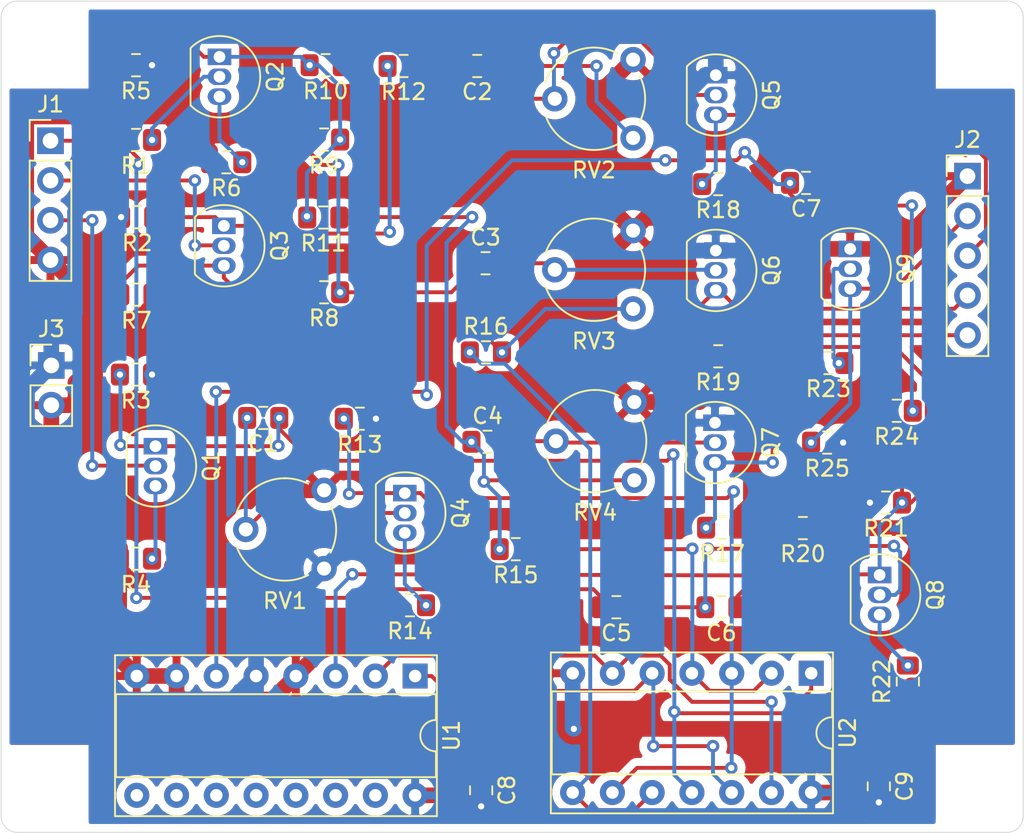
<source format=kicad_pcb>
(kicad_pcb (version 20171130) (host pcbnew "(5.1.5-0-10_14)")
  (layers (0 F.Cu signal hide) (31 B.Cu signal hide) (34 B.Paste user) (35 F.Paste user) (36 B.SilkS user) (37 F.SilkS user) (38 B.Mask user) (39 F.Mask user) (44 Edge.Cuts user))
  (net 0 "")
  (net 1 "Net-(C1-Pad2)")
  (net 2 ~Vx)
  (net 3 "Net-(C2-Pad2)")
  (net 4 "Net-(C2-Pad1)")
  (net 5 "Net-(C3-Pad2)")
  (net 6 "Net-(C3-Pad1)")
  (net 7 "Net-(C4-Pad2)")
  (net 8 "Net-(C4-Pad1)")
  (net 9 ~Y)
  (net 10 "Net-(C5-Pad1)")
  (net 11 CLK)
  (net 12 J)
  (net 13 GND)
  (net 14 +5V)
  (net 15 V)
  (net 16 U)
  (net 17 R)
  (net 18 G)
  (net 19 B)
  (net 20 SYNC)
  (net 21 "Net-(Q1-Pad3)")
  (net 22 "Net-(Q2-Pad1)")
  (net 23 "Net-(Q2-Pad3)")
  (net 24 "Net-(Q2-Pad2)")
  (net 25 "Net-(Q3-Pad1)")
  (net 26 "Net-(Q3-Pad3)")
  (net 27 Vx)
  (net 28 "Net-(Q4-Pad3)")
  (net 29 "Net-(Q8-Pad3)")
  (net 30 "Net-(Q9-Pad2)")
  (net 31 R-Y)
  (net 32 Y-R)
  (net 33 "Net-(U1-Pad2)")
  (net 34 "Net-(U1-Pad1)")
  (module MountingHole:MountingHole_2.2mm_M2 (layer F.Cu) (at 90.678 63.754)
    (fp_text reference REF** hide)
    (fp_text value MountingHole_2.2mm_M2 hide)
    (pad 1 np_thru_hole circle (at 0 0) (size 2.2 2.2) (drill 2.2) (layers *.Cu *.Mask))
  )
  (module MountingHole:MountingHole_2.2mm_M2 (layer F.Cu) (at 150.368 63.754)
    (fp_text reference REF** hide)
    (fp_text value MountingHole_2.2mm_M2 hide)
    (pad 1 np_thru_hole circle (at 0 0) (size 2.2 2.2) (drill 2.2) (layers *.Cu *.Mask))
  )
  (module MountingHole:MountingHole_2.2mm_M2 (layer F.Cu) (at 150.368 111.252)
    (fp_text reference REF** hide)
    (fp_text value MountingHole_2.2mm_M2 hide)
    (pad 1 np_thru_hole circle (at 0 0) (size 2.2 2.2) (drill 2.2) (layers *.Cu *.Mask))
  )
  (module MountingHole:MountingHole_2.2mm_M2 (layer F.Cu) (at 90.678 111.252)
    (fp_text reference REF** hide)
    (fp_text value MountingHole_2.2mm_M2 hide)
    (pad 1 np_thru_hole circle (at 0 0) (size 2.2 2.2) (drill 2.2) (layers *.Cu *.Mask))
  )
  (module Package_DIP:DIP-14_W7.62mm_Socket (layer F.Cu) (at 139.6238 103.886 270)
    (fp_text reference U2 (at 3.81 -2.33 90) (layer F.SilkS))
    (fp_text value 4066)
    (pad 14 thru_hole oval (at 7.62 0 270) (size 1.6 1.6) (drill 0.8) (layers *.Cu *.Mask) (net 14 +5V))
    (pad 7 thru_hole oval (at 0 15.24 270) (size 1.6 1.6) (drill 0.8) (layers *.Cu *.Mask) (net 13 GND))
    (pad 13 thru_hole oval (at 7.62 2.54 270) (size 1.6 1.6) (drill 0.8) (layers *.Cu *.Mask) (net 33 "Net-(U1-Pad2)"))
    (pad 6 thru_hole oval (at 0 12.7 270) (size 1.6 1.6) (drill 0.8) (layers *.Cu *.Mask) (net 33 "Net-(U1-Pad2)"))
    (pad 12 thru_hole oval (at 7.62 5.08 270) (size 1.6 1.6) (drill 0.8) (layers *.Cu *.Mask) (net 34 "Net-(U1-Pad1)"))
    (pad 5 thru_hole oval (at 0 10.16 270) (size 1.6 1.6) (drill 0.8) (layers *.Cu *.Mask) (net 34 "Net-(U1-Pad1)"))
    (pad 11 thru_hole oval (at 7.62 7.62 270) (size 1.6 1.6) (drill 0.8) (layers *.Cu *.Mask) (net 2 ~Vx))
    (pad 4 thru_hole oval (at 0 7.62 270) (size 1.6 1.6) (drill 0.8) (layers *.Cu *.Mask) (net 31 R-Y))
    (pad 10 thru_hole oval (at 7.62 10.16 270) (size 1.6 1.6) (drill 0.8) (layers *.Cu *.Mask) (net 32 Y-R))
    (pad 3 thru_hole oval (at 0 5.08 270) (size 1.6 1.6) (drill 0.8) (layers *.Cu *.Mask) (net 27 Vx))
    (pad 9 thru_hole oval (at 7.62 12.7 270) (size 1.6 1.6) (drill 0.8) (layers *.Cu *.Mask) (net 27 Vx))
    (pad 2 thru_hole oval (at 0 2.54 270) (size 1.6 1.6) (drill 0.8) (layers *.Cu *.Mask) (net 31 R-Y))
    (pad 8 thru_hole oval (at 7.62 15.24 270) (size 1.6 1.6) (drill 0.8) (layers *.Cu *.Mask) (net 32 Y-R))
    (pad 1 thru_hole rect (at 0 0 270) (size 1.6 1.6) (drill 0.8) (layers *.Cu *.Mask) (net 2 ~Vx))
  )
  (module Package_DIP:DIP-16_W7.62mm_Socket (layer F.Cu) (at 114.3254 104.0638 270)
    (fp_text reference U1 (at 3.81 -2.33 90) (layer F.SilkS))
    (fp_text value 4027)
    (pad 16 thru_hole oval (at 7.62 0 270) (size 1.6 1.6) (drill 0.8) (layers *.Cu *.Mask) (net 14 +5V))
    (pad 8 thru_hole oval (at 0 17.78 270) (size 1.6 1.6) (drill 0.8) (layers *.Cu *.Mask) (net 13 GND))
    (pad 15 thru_hole oval (at 7.62 2.54 270) (size 1.6 1.6) (drill 0.8) (layers *.Cu *.Mask))
    (pad 7 thru_hole oval (at 0 15.24 270) (size 1.6 1.6) (drill 0.8) (layers *.Cu *.Mask) (net 13 GND))
    (pad 14 thru_hole oval (at 7.62 5.08 270) (size 1.6 1.6) (drill 0.8) (layers *.Cu *.Mask))
    (pad 6 thru_hole oval (at 0 12.7 270) (size 1.6 1.6) (drill 0.8) (layers *.Cu *.Mask) (net 12 J))
    (pad 13 thru_hole oval (at 7.62 7.62 270) (size 1.6 1.6) (drill 0.8) (layers *.Cu *.Mask))
    (pad 5 thru_hole oval (at 0 10.16 270) (size 1.6 1.6) (drill 0.8) (layers *.Cu *.Mask) (net 14 +5V))
    (pad 12 thru_hole oval (at 7.62 10.16 270) (size 1.6 1.6) (drill 0.8) (layers *.Cu *.Mask))
    (pad 4 thru_hole oval (at 0 7.62 270) (size 1.6 1.6) (drill 0.8) (layers *.Cu *.Mask) (net 13 GND))
    (pad 11 thru_hole oval (at 7.62 12.7 270) (size 1.6 1.6) (drill 0.8) (layers *.Cu *.Mask))
    (pad 3 thru_hole oval (at 0 5.08 270) (size 1.6 1.6) (drill 0.8) (layers *.Cu *.Mask) (net 11 CLK))
    (pad 10 thru_hole oval (at 7.62 15.24 270) (size 1.6 1.6) (drill 0.8) (layers *.Cu *.Mask))
    (pad 2 thru_hole oval (at 0 2.54 270) (size 1.6 1.6) (drill 0.8) (layers *.Cu *.Mask) (net 33 "Net-(U1-Pad2)"))
    (pad 9 thru_hole oval (at 7.62 17.78 270) (size 1.6 1.6) (drill 0.8) (layers *.Cu *.Mask))
    (pad 1 thru_hole rect (at 0 0 270) (size 1.6 1.6) (drill 0.8) (layers *.Cu *.Mask) (net 34 "Net-(U1-Pad1)"))
  )
  (module Potentiometer_THT:Potentiometer_Piher_PT-6-V_Vertical (layer F.Cu) (at 128.3208 86.5632 180)
    (fp_text reference RV4 (at 2.5 -7.06) (layer F.SilkS))
    (fp_text value 50kΩ)
    (pad 1 thru_hole circle (at 0 0 180) (size 1.62 1.62) (drill 0.9) (layers *.Cu *.Mask) (net 13 GND))
    (pad 2 thru_hole circle (at 5 -2.5 180) (size 1.62 1.62) (drill 0.9) (layers *.Cu *.Mask) (net 7 "Net-(C4-Pad2)"))
    (pad 3 thru_hole circle (at 0 -5 180) (size 1.62 1.62) (drill 0.9) (layers *.Cu *.Mask) (net 8 "Net-(C4-Pad1)"))
  )
  (module Potentiometer_THT:Potentiometer_Piher_PT-6-V_Vertical (layer F.Cu) (at 128.2446 75.6158 180)
    (fp_text reference RV3 (at 2.5 -7.06) (layer F.SilkS))
    (fp_text value 50kΩ)
    (pad 1 thru_hole circle (at 0 0 180) (size 1.62 1.62) (drill 0.9) (layers *.Cu *.Mask) (net 13 GND))
    (pad 2 thru_hole circle (at 5 -2.5 180) (size 1.62 1.62) (drill 0.9) (layers *.Cu *.Mask) (net 5 "Net-(C3-Pad2)"))
    (pad 3 thru_hole circle (at 0 -5 180) (size 1.62 1.62) (drill 0.9) (layers *.Cu *.Mask) (net 6 "Net-(C3-Pad1)"))
  )
  (module Potentiometer_THT:Potentiometer_Piher_PT-6-V_Vertical (layer F.Cu) (at 128.2446 64.6938 180)
    (fp_text reference RV2 (at 2.5 -7.06) (layer F.SilkS))
    (fp_text value 50kΩ)
    (pad 1 thru_hole circle (at 0 0 180) (size 1.62 1.62) (drill 0.9) (layers *.Cu *.Mask) (net 13 GND))
    (pad 2 thru_hole circle (at 5 -2.5 180) (size 1.62 1.62) (drill 0.9) (layers *.Cu *.Mask) (net 3 "Net-(C2-Pad2)"))
    (pad 3 thru_hole circle (at 0 -5 180) (size 1.62 1.62) (drill 0.9) (layers *.Cu *.Mask) (net 4 "Net-(C2-Pad1)"))
  )
  (module Potentiometer_THT:Potentiometer_Piher_PT-6-V_Vertical (layer F.Cu) (at 108.5088 92.202 180)
    (fp_text reference RV1 (at 2.5 -7.06) (layer F.SilkS))
    (fp_text value 50kΩ)
    (pad 1 thru_hole circle (at 0 0 180) (size 1.62 1.62) (drill 0.9) (layers *.Cu *.Mask) (net 13 GND))
    (pad 2 thru_hole circle (at 5 -2.5 180) (size 1.62 1.62) (drill 0.9) (layers *.Cu *.Mask) (net 1 "Net-(C1-Pad2)"))
    (pad 3 thru_hole circle (at 0 -5 180) (size 1.62 1.62) (drill 0.9) (layers *.Cu *.Mask) (net 14 +5V))
  )
  (module Resistor_SMD:R_0805_2012Metric_Pad1.15x1.40mm_HandSolder (layer F.Cu) (at 140.6398 89.154 180)
    (fp_text reference R25 (at 0 -1.65) (layer F.SilkS))
    (fp_text value 100Ω)
    (pad 2 smd roundrect (at 1.025 0 180) (size 1.15 1.4) (layers F.Cu F.Paste F.Mask) (roundrect_rratio 0.217391) (net 20 SYNC))
    (pad 1 smd roundrect (at -1.025 0 180) (size 1.15 1.4) (layers F.Cu F.Paste F.Mask) (roundrect_rratio 0.217391) (net 14 +5V))
  )
  (module Resistor_SMD:R_0805_2012Metric_Pad1.15x1.40mm_HandSolder (layer F.Cu) (at 145.0848 87.122 180)
    (fp_text reference R24 (at 0 -1.65) (layer F.SilkS))
    (fp_text value 15kΩ)
    (pad 2 smd roundrect (at 1.025 0 180) (size 1.15 1.4) (layers F.Cu F.Paste F.Mask) (roundrect_rratio 0.217391) (net 11 CLK))
    (pad 1 smd roundrect (at -1.025 0 180) (size 1.15 1.4) (layers F.Cu F.Paste F.Mask) (roundrect_rratio 0.217391) (net 12 J))
  )
  (module Resistor_SMD:R_0805_2012Metric_Pad1.15x1.40mm_HandSolder (layer F.Cu) (at 140.716 84.074 180)
    (fp_text reference R23 (at 0 -1.65) (layer F.SilkS))
    (fp_text value 4.7kΩ)
    (pad 2 smd roundrect (at 1.025 0 180) (size 1.15 1.4) (layers F.Cu F.Paste F.Mask) (roundrect_rratio 0.217391) (net 11 CLK))
    (pad 1 smd roundrect (at -1.025 0 180) (size 1.15 1.4) (layers F.Cu F.Paste F.Mask) (roundrect_rratio 0.217391) (net 30 "Net-(Q9-Pad2)"))
  )
  (module Resistor_SMD:R_0805_2012Metric_Pad1.15x1.40mm_HandSolder (layer F.Cu) (at 145.796 104.4194 90)
    (fp_text reference R22 (at 0 -1.65 90) (layer F.SilkS))
    (fp_text value 58Ω)
    (pad 2 smd roundrect (at 1.025 0 90) (size 1.15 1.4) (layers F.Cu F.Paste F.Mask) (roundrect_rratio 0.217391) (net 29 "Net-(Q8-Pad3)"))
    (pad 1 smd roundrect (at -1.025 0 90) (size 1.15 1.4) (layers F.Cu F.Paste F.Mask) (roundrect_rratio 0.217391) (net 13 GND))
  )
  (module Resistor_SMD:R_0805_2012Metric_Pad1.15x1.40mm_HandSolder (layer F.Cu) (at 144.399 92.9894 180)
    (fp_text reference R21 (at 0 -1.65) (layer F.SilkS))
    (fp_text value 2.2kΩ)
    (pad 2 smd roundrect (at 1.025 0 180) (size 1.15 1.4) (layers F.Cu F.Paste F.Mask) (roundrect_rratio 0.217391) (net 14 +5V))
    (pad 1 smd roundrect (at -1.025 0 180) (size 1.15 1.4) (layers F.Cu F.Paste F.Mask) (roundrect_rratio 0.217391) (net 11 CLK))
  )
  (module Resistor_SMD:R_0805_2012Metric_Pad1.15x1.40mm_HandSolder (layer F.Cu) (at 139.0904 94.615 180)
    (fp_text reference R20 (at 0 -1.65) (layer F.SilkS))
    (fp_text value 6.8kΩ)
    (pad 2 smd roundrect (at 1.025 0 180) (size 1.15 1.4) (layers F.Cu F.Paste F.Mask) (roundrect_rratio 0.217391) (net 10 "Net-(C5-Pad1)"))
    (pad 1 smd roundrect (at -1.025 0 180) (size 1.15 1.4) (layers F.Cu F.Paste F.Mask) (roundrect_rratio 0.217391) (net 13 GND))
  )
  (module Resistor_SMD:R_0805_2012Metric_Pad1.15x1.40mm_HandSolder (layer F.Cu) (at 133.6802 83.6422 180)
    (fp_text reference R19 (at 0 -1.65) (layer F.SilkS))
    (fp_text value 150Ω)
    (pad 2 smd roundrect (at 1.025 0 180) (size 1.15 1.4) (layers F.Cu F.Paste F.Mask) (roundrect_rratio 0.217391) (net 18 G))
    (pad 1 smd roundrect (at -1.025 0 180) (size 1.15 1.4) (layers F.Cu F.Paste F.Mask) (roundrect_rratio 0.217391) (net 13 GND))
  )
  (module Resistor_SMD:R_0805_2012Metric_Pad1.15x1.40mm_HandSolder (layer F.Cu) (at 133.6802 72.644 180)
    (fp_text reference R18 (at 0 -1.65) (layer F.SilkS))
    (fp_text value 150Ω)
    (pad 2 smd roundrect (at 1.025 0 180) (size 1.15 1.4) (layers F.Cu F.Paste F.Mask) (roundrect_rratio 0.217391) (net 19 B))
    (pad 1 smd roundrect (at -1.025 0 180) (size 1.15 1.4) (layers F.Cu F.Paste F.Mask) (roundrect_rratio 0.217391) (net 13 GND))
  )
  (module Resistor_SMD:R_0805_2012Metric_Pad1.15x1.40mm_HandSolder (layer F.Cu) (at 133.9342 94.5896 180)
    (fp_text reference R17 (at 0 -1.65) (layer F.SilkS))
    (fp_text value 150Ω)
    (pad 2 smd roundrect (at 1.025 0 180) (size 1.15 1.4) (layers F.Cu F.Paste F.Mask) (roundrect_rratio 0.217391) (net 17 R))
    (pad 1 smd roundrect (at -1.025 0 180) (size 1.15 1.4) (layers F.Cu F.Paste F.Mask) (roundrect_rratio 0.217391) (net 13 GND))
  )
  (module Resistor_SMD:R_0805_2012Metric_Pad1.15x1.40mm_HandSolder (layer F.Cu) (at 118.8466 83.3882)
    (fp_text reference R16 (at 0 -1.65) (layer F.SilkS))
    (fp_text value 4.7kΩ)
    (pad 2 smd roundrect (at 1.025 0) (size 1.15 1.4) (layers F.Cu F.Paste F.Mask) (roundrect_rratio 0.217391) (net 6 "Net-(C3-Pad1)"))
    (pad 1 smd roundrect (at -1.025 0) (size 1.15 1.4) (layers F.Cu F.Paste F.Mask) (roundrect_rratio 0.217391) (net 32 Y-R))
  )
  (module Resistor_SMD:R_0805_2012Metric_Pad1.15x1.40mm_HandSolder (layer F.Cu) (at 120.7516 95.9612 180)
    (fp_text reference R15 (at 0 -1.65) (layer F.SilkS))
    (fp_text value 2.7kΩ)
    (pad 2 smd roundrect (at 1.025 0 180) (size 1.15 1.4) (layers F.Cu F.Paste F.Mask) (roundrect_rratio 0.217391) (net 8 "Net-(C4-Pad1)"))
    (pad 1 smd roundrect (at -1.025 0 180) (size 1.15 1.4) (layers F.Cu F.Paste F.Mask) (roundrect_rratio 0.217391) (net 31 R-Y))
  )
  (module Resistor_SMD:R_0805_2012Metric_Pad1.15x1.40mm_HandSolder (layer F.Cu) (at 113.9952 99.5426 180)
    (fp_text reference R14 (at 0 -1.65) (layer F.SilkS))
    (fp_text value 150Ω)
    (pad 2 smd roundrect (at 1.025 0 180) (size 1.15 1.4) (layers F.Cu F.Paste F.Mask) (roundrect_rratio 0.217391) (net 13 GND))
    (pad 1 smd roundrect (at -1.025 0 180) (size 1.15 1.4) (layers F.Cu F.Paste F.Mask) (roundrect_rratio 0.217391) (net 28 "Net-(Q4-Pad3)"))
  )
  (module Resistor_SMD:R_0805_2012Metric_Pad1.15x1.40mm_HandSolder (layer F.Cu) (at 110.7948 87.63 180)
    (fp_text reference R13 (at 0 -1.65) (layer F.SilkS))
    (fp_text value 150Ω)
    (pad 2 smd roundrect (at 1.025 0 180) (size 1.15 1.4) (layers F.Cu F.Paste F.Mask) (roundrect_rratio 0.217391) (net 27 Vx))
    (pad 1 smd roundrect (at -1.025 0 180) (size 1.15 1.4) (layers F.Cu F.Paste F.Mask) (roundrect_rratio 0.217391) (net 14 +5V))
  )
  (module Resistor_SMD:R_0805_2012Metric_Pad1.15x1.40mm_HandSolder (layer F.Cu) (at 113.5888 65.1002 180)
    (fp_text reference R12 (at 0 -1.65) (layer F.SilkS))
    (fp_text value 2.2kΩ)
    (pad 2 smd roundrect (at 1.025 0 180) (size 1.15 1.4) (layers F.Cu F.Paste F.Mask) (roundrect_rratio 0.217391) (net 25 "Net-(Q3-Pad1)"))
    (pad 1 smd roundrect (at -1.025 0 180) (size 1.15 1.4) (layers F.Cu F.Paste F.Mask) (roundrect_rratio 0.217391) (net 4 "Net-(C2-Pad1)"))
  )
  (module Resistor_SMD:R_0805_2012Metric_Pad1.15x1.40mm_HandSolder (layer F.Cu) (at 108.458 74.7776 180)
    (fp_text reference R11 (at 0 -1.65) (layer F.SilkS))
    (fp_text value 2kΩ)
    (pad 2 smd roundrect (at 1.025 0 180) (size 1.15 1.4) (layers F.Cu F.Paste F.Mask) (roundrect_rratio 0.217391) (net 22 "Net-(Q2-Pad1)"))
    (pad 1 smd roundrect (at -1.025 0 180) (size 1.15 1.4) (layers F.Cu F.Paste F.Mask) (roundrect_rratio 0.217391) (net 8 "Net-(C4-Pad1)"))
  )
  (module Resistor_SMD:R_0805_2012Metric_Pad1.15x1.40mm_HandSolder (layer F.Cu) (at 108.6104 65.0494 180)
    (fp_text reference R10 (at 0 -1.65) (layer F.SilkS))
    (fp_text value 3.3kΩ)
    (pad 2 smd roundrect (at 1.025 0 180) (size 1.15 1.4) (layers F.Cu F.Paste F.Mask) (roundrect_rratio 0.217391) (net 22 "Net-(Q2-Pad1)"))
    (pad 1 smd roundrect (at -1.025 0 180) (size 1.15 1.4) (layers F.Cu F.Paste F.Mask) (roundrect_rratio 0.217391) (net 4 "Net-(C2-Pad1)"))
  )
  (module Resistor_SMD:R_0805_2012Metric_Pad1.15x1.40mm_HandSolder (layer F.Cu) (at 108.5088 69.7992 180)
    (fp_text reference R9 (at 0 -1.65) (layer F.SilkS))
    (fp_text value 2kΩ)
    (pad 2 smd roundrect (at 1.025 0 180) (size 1.15 1.4) (layers F.Cu F.Paste F.Mask) (roundrect_rratio 0.217391) (net 6 "Net-(C3-Pad1)"))
    (pad 1 smd roundrect (at -1.025 0 180) (size 1.15 1.4) (layers F.Cu F.Paste F.Mask) (roundrect_rratio 0.217391) (net 22 "Net-(Q2-Pad1)"))
  )
  (module Resistor_SMD:R_0805_2012Metric_Pad1.15x1.40mm_HandSolder (layer F.Cu) (at 108.5088 79.5528 180)
    (fp_text reference R8 (at 0 -1.65) (layer F.SilkS))
    (fp_text value 6.8kΩ)
    (pad 2 smd roundrect (at 1.025 0 180) (size 1.15 1.4) (layers F.Cu F.Paste F.Mask) (roundrect_rratio 0.217391) (net 26 "Net-(Q3-Pad3)"))
    (pad 1 smd roundrect (at -1.025 0 180) (size 1.15 1.4) (layers F.Cu F.Paste F.Mask) (roundrect_rratio 0.217391) (net 6 "Net-(C3-Pad1)"))
  )
  (module Resistor_SMD:R_0805_2012Metric_Pad1.15x1.40mm_HandSolder (layer F.Cu) (at 96.52 79.7052 180)
    (fp_text reference R7 (at 0 -1.65) (layer F.SilkS))
    (fp_text value 150Ω)
    (pad 2 smd roundrect (at 1.025 0 180) (size 1.15 1.4) (layers F.Cu F.Paste F.Mask) (roundrect_rratio 0.217391) (net 26 "Net-(Q3-Pad3)"))
    (pad 1 smd roundrect (at -1.025 0 180) (size 1.15 1.4) (layers F.Cu F.Paste F.Mask) (roundrect_rratio 0.217391) (net 13 GND))
  )
  (module Resistor_SMD:R_0805_2012Metric_Pad1.15x1.40mm_HandSolder (layer F.Cu) (at 102.2604 71.247 180)
    (fp_text reference R6 (at 0 -1.65) (layer F.SilkS))
    (fp_text value 100Ω)
    (pad 2 smd roundrect (at 1.025 0 180) (size 1.15 1.4) (layers F.Cu F.Paste F.Mask) (roundrect_rratio 0.217391) (net 13 GND))
    (pad 1 smd roundrect (at -1.025 0 180) (size 1.15 1.4) (layers F.Cu F.Paste F.Mask) (roundrect_rratio 0.217391) (net 23 "Net-(Q2-Pad3)"))
  )
  (module Resistor_SMD:R_0805_2012Metric_Pad1.15x1.40mm_HandSolder (layer F.Cu) (at 96.4946 65.0494 180)
    (fp_text reference R5 (at 0 -1.65) (layer F.SilkS))
    (fp_text value 180Ω)
    (pad 2 smd roundrect (at 1.025 0 180) (size 1.15 1.4) (layers F.Cu F.Paste F.Mask) (roundrect_rratio 0.217391) (net 22 "Net-(Q2-Pad1)"))
    (pad 1 smd roundrect (at -1.025 0 180) (size 1.15 1.4) (layers F.Cu F.Paste F.Mask) (roundrect_rratio 0.217391) (net 14 +5V))
  )
  (module Resistor_SMD:R_0805_2012Metric_Pad1.15x1.40mm_HandSolder (layer F.Cu) (at 96.4946 96.5708 180)
    (fp_text reference R4 (at 0 -1.65) (layer F.SilkS))
    (fp_text value 150Ω)
    (pad 2 smd roundrect (at 1.025 0 180) (size 1.15 1.4) (layers F.Cu F.Paste F.Mask) (roundrect_rratio 0.217391) (net 13 GND))
    (pad 1 smd roundrect (at -1.025 0 180) (size 1.15 1.4) (layers F.Cu F.Paste F.Mask) (roundrect_rratio 0.217391) (net 21 "Net-(Q1-Pad3)"))
  )
  (module Resistor_SMD:R_0805_2012Metric_Pad1.15x1.40mm_HandSolder (layer F.Cu) (at 96.4946 84.8106 180)
    (fp_text reference R3 (at 0 -1.65) (layer F.SilkS))
    (fp_text value 150Ω)
    (pad 2 smd roundrect (at 1.025 0 180) (size 1.15 1.4) (layers F.Cu F.Paste F.Mask) (roundrect_rratio 0.217391) (net 2 ~Vx))
    (pad 1 smd roundrect (at -1.025 0 180) (size 1.15 1.4) (layers F.Cu F.Paste F.Mask) (roundrect_rratio 0.217391) (net 14 +5V))
  )
  (module Resistor_SMD:R_0805_2012Metric_Pad1.15x1.40mm_HandSolder (layer F.Cu) (at 96.5708 74.7522 180)
    (fp_text reference R2 (at 0 -1.65) (layer F.SilkS))
    (fp_text value 150Ω)
    (pad 2 smd roundrect (at 1.025 0 180) (size 1.15 1.4) (layers F.Cu F.Paste F.Mask) (roundrect_rratio 0.217391) (net 14 +5V))
    (pad 1 smd roundrect (at -1.025 0 180) (size 1.15 1.4) (layers F.Cu F.Paste F.Mask) (roundrect_rratio 0.217391) (net 25 "Net-(Q3-Pad1)"))
  )
  (module Resistor_SMD:R_0805_2012Metric_Pad1.15x1.40mm_HandSolder (layer F.Cu) (at 96.4946 69.8246 180)
    (fp_text reference R1 (at 0 -1.65) (layer F.SilkS))
    (fp_text value 910Ω)
    (pad 2 smd roundrect (at 1.025 0 180) (size 1.15 1.4) (layers F.Cu F.Paste F.Mask) (roundrect_rratio 0.217391) (net 9 ~Y))
    (pad 1 smd roundrect (at -1.025 0 180) (size 1.15 1.4) (layers F.Cu F.Paste F.Mask) (roundrect_rratio 0.217391) (net 24 "Net-(Q2-Pad2)"))
  )
  (module Package_TO_SOT_THT:TO-92_Inline (layer F.Cu) (at 142.113 76.7842 270)
    (fp_text reference Q9 (at 1.27 -3.56 90) (layer F.SilkS))
    (fp_text value BC558)
    (pad 1 thru_hole rect (at 0 0 270) (size 1.05 1.5) (drill 0.75) (layers *.Cu *.Mask) (net 13 GND))
    (pad 3 thru_hole oval (at 2.54 0 270) (size 1.05 1.5) (drill 0.75) (layers *.Cu *.Mask) (net 20 SYNC))
    (pad 2 thru_hole oval (at 1.27 0 270) (size 1.05 1.5) (drill 0.75) (layers *.Cu *.Mask) (net 30 "Net-(Q9-Pad2)"))
  )
  (module Package_TO_SOT_THT:TO-92_Inline (layer F.Cu) (at 143.9926 97.6122 270)
    (fp_text reference Q8 (at 1.27 -3.56 90) (layer F.SilkS))
    (fp_text value BC548)
    (pad 1 thru_hole rect (at 0 0 270) (size 1.05 1.5) (drill 0.75) (layers *.Cu *.Mask) (net 11 CLK))
    (pad 3 thru_hole oval (at 2.54 0 270) (size 1.05 1.5) (drill 0.75) (layers *.Cu *.Mask) (net 29 "Net-(Q8-Pad3)"))
    (pad 2 thru_hole oval (at 1.27 0 270) (size 1.05 1.5) (drill 0.75) (layers *.Cu *.Mask) (net 10 "Net-(C5-Pad1)"))
  )
  (module Package_TO_SOT_THT:TO-92_Inline (layer F.Cu) (at 133.477 87.884 270)
    (fp_text reference Q7 (at 1.27 -3.56 90) (layer F.SilkS))
    (fp_text value BC548)
    (pad 1 thru_hole rect (at 0 0 270) (size 1.05 1.5) (drill 0.75) (layers *.Cu *.Mask) (net 14 +5V))
    (pad 3 thru_hole oval (at 2.54 0 270) (size 1.05 1.5) (drill 0.75) (layers *.Cu *.Mask) (net 17 R))
    (pad 2 thru_hole oval (at 1.27 0 270) (size 1.05 1.5) (drill 0.75) (layers *.Cu *.Mask) (net 7 "Net-(C4-Pad2)"))
  )
  (module Package_TO_SOT_THT:TO-92_Inline (layer F.Cu) (at 133.5278 76.8858 270)
    (fp_text reference Q6 (at 1.27 -3.56 90) (layer F.SilkS))
    (fp_text value BC548)
    (pad 1 thru_hole rect (at 0 0 270) (size 1.05 1.5) (drill 0.75) (layers *.Cu *.Mask) (net 14 +5V))
    (pad 3 thru_hole oval (at 2.54 0 270) (size 1.05 1.5) (drill 0.75) (layers *.Cu *.Mask) (net 18 G))
    (pad 2 thru_hole oval (at 1.27 0 270) (size 1.05 1.5) (drill 0.75) (layers *.Cu *.Mask) (net 5 "Net-(C3-Pad2)"))
  )
  (module Package_TO_SOT_THT:TO-92_Inline (layer F.Cu) (at 133.5278 65.6844 270)
    (fp_text reference Q5 (at 1.27 -3.56 90) (layer F.SilkS))
    (fp_text value BC548)
    (pad 1 thru_hole rect (at 0 0 270) (size 1.05 1.5) (drill 0.75) (layers *.Cu *.Mask) (net 14 +5V))
    (pad 3 thru_hole oval (at 2.54 0 270) (size 1.05 1.5) (drill 0.75) (layers *.Cu *.Mask) (net 19 B))
    (pad 2 thru_hole oval (at 1.27 0 270) (size 1.05 1.5) (drill 0.75) (layers *.Cu *.Mask) (net 3 "Net-(C2-Pad2)"))
  )
  (module Package_TO_SOT_THT:TO-92_Inline (layer F.Cu) (at 113.665 92.3798 270)
    (fp_text reference Q4 (at 1.27 -3.56 90) (layer F.SilkS))
    (fp_text value BC548)
    (pad 1 thru_hole rect (at 0 0 270) (size 1.05 1.5) (drill 0.75) (layers *.Cu *.Mask) (net 27 Vx))
    (pad 3 thru_hole oval (at 2.54 0 270) (size 1.05 1.5) (drill 0.75) (layers *.Cu *.Mask) (net 28 "Net-(Q4-Pad3)"))
    (pad 2 thru_hole oval (at 1.27 0 270) (size 1.05 1.5) (drill 0.75) (layers *.Cu *.Mask) (net 1 "Net-(C1-Pad2)"))
  )
  (module Package_TO_SOT_THT:TO-92_Inline (layer F.Cu) (at 102.108 75.311 270)
    (fp_text reference Q3 (at 1.27 -3.56 90) (layer F.SilkS))
    (fp_text value BC548)
    (pad 1 thru_hole rect (at 0 0 270) (size 1.05 1.5) (drill 0.75) (layers *.Cu *.Mask) (net 25 "Net-(Q3-Pad1)"))
    (pad 3 thru_hole oval (at 2.54 0 270) (size 1.05 1.5) (drill 0.75) (layers *.Cu *.Mask) (net 26 "Net-(Q3-Pad3)"))
    (pad 2 thru_hole oval (at 1.27 0 270) (size 1.05 1.5) (drill 0.75) (layers *.Cu *.Mask) (net 16 U))
  )
  (module Package_TO_SOT_THT:TO-92_Inline (layer F.Cu) (at 101.8286 64.516 270)
    (fp_text reference Q2 (at 1.27 -3.56 90) (layer F.SilkS))
    (fp_text value BC548)
    (pad 1 thru_hole rect (at 0 0 270) (size 1.05 1.5) (drill 0.75) (layers *.Cu *.Mask) (net 22 "Net-(Q2-Pad1)"))
    (pad 3 thru_hole oval (at 2.54 0 270) (size 1.05 1.5) (drill 0.75) (layers *.Cu *.Mask) (net 23 "Net-(Q2-Pad3)"))
    (pad 2 thru_hole oval (at 1.27 0 270) (size 1.05 1.5) (drill 0.75) (layers *.Cu *.Mask) (net 24 "Net-(Q2-Pad2)"))
  )
  (module Package_TO_SOT_THT:TO-92_Inline (layer F.Cu) (at 97.7392 89.3826 270)
    (fp_text reference Q1 (at 1.27 -3.56 90) (layer F.SilkS))
    (fp_text value BC548)
    (pad 1 thru_hole rect (at 0 0 270) (size 1.05 1.5) (drill 0.75) (layers *.Cu *.Mask) (net 2 ~Vx))
    (pad 3 thru_hole oval (at 2.54 0 270) (size 1.05 1.5) (drill 0.75) (layers *.Cu *.Mask) (net 21 "Net-(Q1-Pad3)"))
    (pad 2 thru_hole oval (at 1.27 0 270) (size 1.05 1.5) (drill 0.75) (layers *.Cu *.Mask) (net 15 V))
  )
  (module Connector_PinHeader_2.54mm:PinHeader_1x02_P2.54mm_Vertical (layer F.Cu) (at 91.0844 84.2264)
    (fp_text reference J3 (at 0 -2.33) (layer F.SilkS))
    (fp_text value POWER)
    (pad 2 thru_hole oval (at 0 2.54) (size 1.7 1.7) (drill 1) (layers *.Cu *.Mask) (net 13 GND))
    (pad 1 thru_hole rect (at 0 0) (size 1.7 1.7) (drill 1) (layers *.Cu *.Mask) (net 14 +5V))
  )
  (module Connector_PinHeader_2.54mm:PinHeader_1x05_P2.54mm_Vertical (layer F.Cu) (at 149.606 72.136)
    (fp_text reference J2 (at 0 -2.33) (layer F.SilkS))
    (fp_text value "RGB OUT")
    (pad 5 thru_hole oval (at 0 10.16) (size 1.7 1.7) (drill 1) (layers *.Cu *.Mask) (net 17 R))
    (pad 4 thru_hole oval (at 0 7.62) (size 1.7 1.7) (drill 1) (layers *.Cu *.Mask) (net 18 G))
    (pad 3 thru_hole oval (at 0 5.08) (size 1.7 1.7) (drill 1) (layers *.Cu *.Mask) (net 19 B))
    (pad 2 thru_hole oval (at 0 2.54) (size 1.7 1.7) (drill 1) (layers *.Cu *.Mask) (net 20 SYNC))
    (pad 1 thru_hole rect (at 0 0) (size 1.7 1.7) (drill 1) (layers *.Cu *.Mask) (net 13 GND))
  )
  (module Connector_PinHeader_2.54mm:PinHeader_1x04_P2.54mm_Vertical (layer F.Cu) (at 91.0336 69.8754)
    (fp_text reference J1 (at 0 -2.33) (layer F.SilkS))
    (fp_text value "YUV IN")
    (pad 4 thru_hole oval (at 0 7.62) (size 1.7 1.7) (drill 1) (layers *.Cu *.Mask) (net 13 GND))
    (pad 3 thru_hole oval (at 0 5.08) (size 1.7 1.7) (drill 1) (layers *.Cu *.Mask) (net 15 V))
    (pad 2 thru_hole oval (at 0 2.54) (size 1.7 1.7) (drill 1) (layers *.Cu *.Mask) (net 16 U))
    (pad 1 thru_hole rect (at 0 0) (size 1.7 1.7) (drill 1) (layers *.Cu *.Mask) (net 9 ~Y))
  )
  (module Capacitor_SMD:C_0805_2012Metric_Pad1.15x1.40mm_HandSolder (layer F.Cu) (at 143.9418 111.1086 270)
    (fp_text reference C9 (at 0 -1.65 90) (layer F.SilkS))
    (fp_text value 100nF)
    (pad 2 smd roundrect (at 1.025 0 270) (size 1.15 1.4) (layers F.Cu F.Paste F.Mask) (roundrect_rratio 0.217391) (net 14 +5V))
    (pad 1 smd roundrect (at -1.025 0 270) (size 1.15 1.4) (layers F.Cu F.Paste F.Mask) (roundrect_rratio 0.217391) (net 13 GND))
  )
  (module Capacitor_SMD:C_0805_2012Metric_Pad1.15x1.40mm_HandSolder (layer F.Cu) (at 118.5418 111.3626 270)
    (fp_text reference C8 (at 0 -1.65 90) (layer F.SilkS))
    (fp_text value 100nF)
    (pad 2 smd roundrect (at 1.025 0 270) (size 1.15 1.4) (layers F.Cu F.Paste F.Mask) (roundrect_rratio 0.217391) (net 14 +5V))
    (pad 1 smd roundrect (at -1.025 0 270) (size 1.15 1.4) (layers F.Cu F.Paste F.Mask) (roundrect_rratio 0.217391) (net 13 GND))
  )
  (module Capacitor_SMD:C_0805_2012Metric_Pad1.15x1.40mm_HandSolder (layer F.Cu) (at 139.2936 72.5678 180)
    (fp_text reference C7 (at 0 -1.65) (layer F.SilkS))
    (fp_text value 4.7nF)
    (pad 2 smd roundrect (at 1.025 0 180) (size 1.15 1.4) (layers F.Cu F.Paste F.Mask) (roundrect_rratio 0.217391) (net 12 J))
    (pad 1 smd roundrect (at -1.025 0 180) (size 1.15 1.4) (layers F.Cu F.Paste F.Mask) (roundrect_rratio 0.217391) (net 13 GND))
  )
  (module Capacitor_SMD:C_0805_2012Metric_Pad1.15x1.40mm_HandSolder (layer F.Cu) (at 133.8834 99.6696 180)
    (fp_text reference C6 (at 0 -1.65) (layer F.SilkS))
    (fp_text value 180pF)
    (pad 2 smd roundrect (at 1.025 0 180) (size 1.15 1.4) (layers F.Cu F.Paste F.Mask) (roundrect_rratio 0.217391) (net 10 "Net-(C5-Pad1)"))
    (pad 1 smd roundrect (at -1.025 0 180) (size 1.15 1.4) (layers F.Cu F.Paste F.Mask) (roundrect_rratio 0.217391) (net 11 CLK))
  )
  (module Capacitor_SMD:C_0805_2012Metric_Pad1.15x1.40mm_HandSolder (layer F.Cu) (at 127.1778 99.6696 180)
    (fp_text reference C5 (at 0 -1.65) (layer F.SilkS))
    (fp_text value 680nF)
    (pad 2 smd roundrect (at 1.025 0 180) (size 1.15 1.4) (layers F.Cu F.Paste F.Mask) (roundrect_rratio 0.217391) (net 9 ~Y))
    (pad 1 smd roundrect (at -1.025 0 180) (size 1.15 1.4) (layers F.Cu F.Paste F.Mask) (roundrect_rratio 0.217391) (net 10 "Net-(C5-Pad1)"))
  )
  (module Capacitor_SMD:C_0805_2012Metric_Pad1.15x1.40mm_HandSolder (layer F.Cu) (at 118.9482 89.1032)
    (fp_text reference C4 (at 0 -1.65) (layer F.SilkS))
    (fp_text value 10µF)
    (pad 2 smd roundrect (at 1.025 0) (size 1.15 1.4) (layers F.Cu F.Paste F.Mask) (roundrect_rratio 0.217391) (net 7 "Net-(C4-Pad2)"))
    (pad 1 smd roundrect (at -1.025 0) (size 1.15 1.4) (layers F.Cu F.Paste F.Mask) (roundrect_rratio 0.217391) (net 8 "Net-(C4-Pad1)"))
  )
  (module Capacitor_SMD:C_0805_2012Metric_Pad1.15x1.40mm_HandSolder (layer F.Cu) (at 118.8212 77.6986)
    (fp_text reference C3 (at 0 -1.65) (layer F.SilkS))
    (fp_text value 10µF)
    (pad 2 smd roundrect (at 1.025 0) (size 1.15 1.4) (layers F.Cu F.Paste F.Mask) (roundrect_rratio 0.217391) (net 5 "Net-(C3-Pad2)"))
    (pad 1 smd roundrect (at -1.025 0) (size 1.15 1.4) (layers F.Cu F.Paste F.Mask) (roundrect_rratio 0.217391) (net 6 "Net-(C3-Pad1)"))
  )
  (module Capacitor_SMD:C_0805_2012Metric_Pad1.15x1.40mm_HandSolder (layer F.Cu) (at 118.2878 65.1002 180)
    (fp_text reference C2 (at 0 -1.65) (layer F.SilkS))
    (fp_text value 10µF)
    (pad 2 smd roundrect (at 1.025 0 180) (size 1.15 1.4) (layers F.Cu F.Paste F.Mask) (roundrect_rratio 0.217391) (net 3 "Net-(C2-Pad2)"))
    (pad 1 smd roundrect (at -1.025 0 180) (size 1.15 1.4) (layers F.Cu F.Paste F.Mask) (roundrect_rratio 0.217391) (net 4 "Net-(C2-Pad1)"))
  )
  (module Capacitor_SMD:C_0805_2012Metric_Pad1.15x1.40mm_HandSolder (layer F.Cu) (at 104.6226 87.5792 180)
    (fp_text reference C1 (at 0 -1.65) (layer F.SilkS))
    (fp_text value 10µF)
    (pad 2 smd roundrect (at 1.025 0 180) (size 1.15 1.4) (layers F.Cu F.Paste F.Mask) (roundrect_rratio 0.217391) (net 1 "Net-(C1-Pad2)"))
    (pad 1 smd roundrect (at -1.025 0 180) (size 1.15 1.4) (layers F.Cu F.Paste F.Mask) (roundrect_rratio 0.217391) (net 2 ~Vx))
  )
  (gr_line (start 87.884 61.976) (end 87.884 113.03) (layer Edge.Cuts) (width 0.05))
  (gr_line (start 152.146 60.96) (end 88.9 60.96) (layer Edge.Cuts) (width 0.05))
  (gr_line (start 153.162 113.03) (end 153.162 61.976) (layer Edge.Cuts) (width 0.05))
  (gr_line (start 88.9 114.046) (end 152.146 114.046) (layer Edge.Cuts) (width 0.05))
  (gr_arc (start 88.9 113.03) (end 87.884 113.03) (angle -90) (layer Edge.Cuts) (width 0.05))
  (gr_arc (start 152.146 113.03) (end 152.146 114.046) (angle -90) (layer Edge.Cuts) (width 0.05))
  (gr_arc (start 152.146 61.976) (end 153.162 61.976) (angle -90) (layer Edge.Cuts) (width 0.05))
  (gr_arc (start 88.9 61.976) (end 88.9 60.96) (angle -90) (layer Edge.Cuts) (width 0.05))
  (via (at 103.5976 87.5792) (size 0.8) (drill 0.4) (layers F.Cu B.Cu) (net 1))
  (segment (start 103.5088 87.668) (end 103.5976 87.5792) (width 0.25) (layer B.Cu) (net 1))
  (segment (start 103.5088 94.702) (end 103.5088 87.668) (width 0.25) (layer B.Cu) (net 1))
  (segment (start 104.561 93.6498) (end 113.665 93.6498) (width 0.25) (layer F.Cu) (net 1))
  (segment (start 103.5088 94.702) (end 104.561 93.6498) (width 0.25) (layer F.Cu) (net 1))
  (via (at 95.504 89.3064) (size 0.8) (drill 0.4) (layers F.Cu B.Cu) (net 2))
  (segment (start 95.5802 89.3826) (end 95.504 89.3064) (width 0.25) (layer F.Cu) (net 2))
  (segment (start 97.7392 89.3826) (end 95.5802 89.3826) (width 0.25) (layer F.Cu) (net 2))
  (via (at 95.4696 84.8106) (size 0.8) (drill 0.4) (layers F.Cu B.Cu) (net 2))
  (segment (start 95.504 84.845) (end 95.4696 84.8106) (width 0.25) (layer B.Cu) (net 2))
  (segment (start 95.504 89.3064) (end 95.504 84.845) (width 0.25) (layer B.Cu) (net 2))
  (via (at 105.5878 89.3572) (size 0.8) (drill 0.4) (layers F.Cu B.Cu) (net 2))
  (segment (start 105.5624 89.3826) (end 105.5878 89.3572) (width 0.25) (layer F.Cu) (net 2))
  (segment (start 97.7392 89.3826) (end 105.5624 89.3826) (width 0.25) (layer F.Cu) (net 2))
  (via (at 105.6476 87.5792) (size 0.8) (drill 0.4) (layers F.Cu B.Cu) (net 2))
  (segment (start 105.5878 87.639) (end 105.6476 87.5792) (width 0.25) (layer B.Cu) (net 2))
  (segment (start 105.5878 89.3572) (end 105.5878 87.639) (width 0.25) (layer B.Cu) (net 2))
  (segment (start 130.878799 89.984799) (end 130.81 89.916) (width 0.25) (layer B.Cu) (net 2))
  (segment (start 130.878799 110.380999) (end 130.878799 89.984799) (width 0.25) (layer B.Cu) (net 2))
  (via (at 130.81 89.916) (size 0.8) (drill 0.4) (layers F.Cu B.Cu) (net 2))
  (segment (start 132.0038 111.506) (end 130.878799 110.380999) (width 0.25) (layer B.Cu) (net 2))
  (segment (start 105.6476 88.2792) (end 105.6476 87.5792) (width 0.25) (layer F.Cu) (net 2))
  (segment (start 107.684399 90.315999) (end 105.6476 88.2792) (width 0.25) (layer F.Cu) (net 2))
  (segment (start 130.410001 90.315999) (end 107.684399 90.315999) (width 0.25) (layer F.Cu) (net 2))
  (segment (start 130.81 89.916) (end 130.410001 90.315999) (width 0.25) (layer F.Cu) (net 2))
  (segment (start 138.119999 106.439801) (end 130.9766 106.439801) (width 0.25) (layer F.Cu) (net 2))
  (segment (start 139.6238 104.936) (end 138.119999 106.439801) (width 0.25) (layer F.Cu) (net 2))
  (via (at 130.878799 106.342) (size 0.8) (drill 0.4) (layers F.Cu B.Cu) (net 2))
  (segment (start 130.9766 106.439801) (end 130.878799 106.342) (width 0.25) (layer F.Cu) (net 2))
  (segment (start 139.6238 103.886) (end 139.6238 104.936) (width 0.25) (layer F.Cu) (net 2))
  (segment (start 118.6564 67.1938) (end 122.099088 67.1938) (width 0.25) (layer F.Cu) (net 3))
  (segment (start 122.099088 67.1938) (end 123.2446 67.1938) (width 0.25) (layer F.Cu) (net 3))
  (segment (start 117.2628 65.8002) (end 118.6564 67.1938) (width 0.25) (layer F.Cu) (net 3))
  (segment (start 117.2628 65.1002) (end 117.2628 65.8002) (width 0.25) (layer F.Cu) (net 3))
  (segment (start 123.915 63.558799) (end 123.19 64.283799) (width 0.25) (layer F.Cu) (net 3))
  (segment (start 128.789401 63.558799) (end 123.915 63.558799) (width 0.25) (layer F.Cu) (net 3))
  (segment (start 132.185002 66.9544) (end 128.789401 63.558799) (width 0.25) (layer F.Cu) (net 3))
  (via (at 123.19 64.283799) (size 0.8) (drill 0.4) (layers F.Cu B.Cu) (net 3))
  (segment (start 133.5278 66.9544) (end 132.185002 66.9544) (width 0.25) (layer F.Cu) (net 3))
  (segment (start 123.19 67.1392) (end 123.2446 67.1938) (width 0.25) (layer B.Cu) (net 3))
  (segment (start 123.19 64.283799) (end 123.19 67.1392) (width 0.25) (layer B.Cu) (net 3))
  (segment (start 114.28879 64.07519) (end 114.6138 64.4002) (width 0.25) (layer F.Cu) (net 4))
  (segment (start 111.18461 64.07519) (end 114.28879 64.07519) (width 0.25) (layer F.Cu) (net 4))
  (segment (start 110.2104 65.0494) (end 111.18461 64.07519) (width 0.25) (layer F.Cu) (net 4))
  (segment (start 114.6138 64.4002) (end 114.6138 65.1002) (width 0.25) (layer F.Cu) (net 4))
  (segment (start 109.6354 65.0494) (end 110.2104 65.0494) (width 0.25) (layer F.Cu) (net 4))
  (segment (start 116.69962 64.07519) (end 118.98779 64.07519) (width 0.25) (layer F.Cu) (net 4))
  (segment (start 115.67461 65.1002) (end 116.69962 64.07519) (width 0.25) (layer F.Cu) (net 4))
  (segment (start 119.3128 64.4002) (end 119.3128 65.1002) (width 0.25) (layer F.Cu) (net 4))
  (segment (start 118.98779 64.07519) (end 119.3128 64.4002) (width 0.25) (layer F.Cu) (net 4))
  (segment (start 114.6138 65.1002) (end 115.67461 65.1002) (width 0.25) (layer F.Cu) (net 4))
  (via (at 125.9078 65.1002) (size 0.8) (drill 0.4) (layers F.Cu B.Cu) (net 4))
  (segment (start 119.3128 65.1002) (end 125.9078 65.1002) (width 0.25) (layer F.Cu) (net 4))
  (segment (start 125.9078 67.357) (end 128.2446 69.6938) (width 0.25) (layer B.Cu) (net 4))
  (segment (start 125.9078 65.1002) (end 125.9078 67.357) (width 0.25) (layer B.Cu) (net 4))
  (segment (start 122.8274 77.6986) (end 123.2446 78.1158) (width 0.25) (layer F.Cu) (net 5))
  (segment (start 119.8462 77.6986) (end 122.8274 77.6986) (width 0.25) (layer F.Cu) (net 5))
  (segment (start 133.4878 78.1158) (end 133.5278 78.1558) (width 0.25) (layer B.Cu) (net 5))
  (segment (start 123.2446 78.1158) (end 133.4878 78.1158) (width 0.25) (layer B.Cu) (net 5))
  (segment (start 117.7962 81.3128) (end 119.8716 83.3882) (width 0.25) (layer F.Cu) (net 6))
  (segment (start 117.7962 77.6986) (end 117.7962 81.3128) (width 0.25) (layer F.Cu) (net 6))
  (segment (start 117.7962 78.3986) (end 117.7962 77.6986) (width 0.25) (layer F.Cu) (net 6))
  (segment (start 116.642 79.5528) (end 117.7962 78.3986) (width 0.25) (layer F.Cu) (net 6))
  (segment (start 109.5338 79.5528) (end 116.642 79.5528) (width 0.25) (layer F.Cu) (net 6))
  (via (at 109.4232 71.4248) (size 0.8) (drill 0.4) (layers F.Cu B.Cu) (net 6))
  (segment (start 107.4838 70.4992) (end 108.4094 71.4248) (width 0.25) (layer F.Cu) (net 6))
  (segment (start 108.4094 71.4248) (end 109.4232 71.4248) (width 0.25) (layer F.Cu) (net 6))
  (segment (start 107.4838 69.7992) (end 107.4838 70.4992) (width 0.25) (layer F.Cu) (net 6))
  (via (at 109.5338 79.5528) (size 0.8) (drill 0.4) (layers F.Cu B.Cu) (net 6))
  (segment (start 109.4232 79.4422) (end 109.5338 79.5528) (width 0.25) (layer B.Cu) (net 6))
  (segment (start 109.4232 71.4248) (end 109.4232 79.4422) (width 0.25) (layer B.Cu) (net 6))
  (segment (start 122.644 80.6158) (end 119.8716 83.3882) (width 0.25) (layer B.Cu) (net 6))
  (via (at 119.8716 83.3882) (size 0.8) (drill 0.4) (layers F.Cu B.Cu) (net 6))
  (segment (start 128.2446 80.6158) (end 122.644 80.6158) (width 0.25) (layer B.Cu) (net 6))
  (segment (start 123.4116 89.154) (end 123.3208 89.0632) (width 0.25) (layer F.Cu) (net 7))
  (segment (start 133.477 89.154) (end 123.4116 89.154) (width 0.25) (layer F.Cu) (net 7))
  (segment (start 120.0132 89.0632) (end 119.9732 89.1032) (width 0.25) (layer F.Cu) (net 7))
  (segment (start 123.3208 89.0632) (end 120.0132 89.0632) (width 0.25) (layer F.Cu) (net 7))
  (via (at 118.7196 91.6432) (size 0.8) (drill 0.4) (layers F.Cu B.Cu) (net 8))
  (segment (start 118.7996 91.5632) (end 118.7196 91.6432) (width 0.25) (layer F.Cu) (net 8))
  (segment (start 128.3208 91.5632) (end 118.7996 91.5632) (width 0.25) (layer F.Cu) (net 8))
  (segment (start 119.7266 92.6502) (end 119.7266 95.9612) (width 0.25) (layer B.Cu) (net 8))
  (via (at 119.7266 95.9612) (size 0.8) (drill 0.4) (layers F.Cu B.Cu) (net 8))
  (segment (start 118.7196 91.6432) (end 119.7266 92.6502) (width 0.25) (layer B.Cu) (net 8))
  (via (at 117.9232 89.1032) (size 0.8) (drill 0.4) (layers F.Cu B.Cu) (net 8))
  (segment (start 118.7196 89.8996) (end 117.9232 89.1032) (width 0.25) (layer B.Cu) (net 8))
  (segment (start 118.7196 91.6432) (end 118.7196 89.8996) (width 0.25) (layer B.Cu) (net 8))
  (via (at 117.9576 74.7522) (size 0.8) (drill 0.4) (layers F.Cu B.Cu) (net 8))
  (segment (start 117.9232 74.7866) (end 117.9576 74.7522) (width 0.25) (layer B.Cu) (net 8))
  (segment (start 109.5084 74.7522) (end 109.483 74.7776) (width 0.25) (layer F.Cu) (net 8))
  (segment (start 117.9576 74.7522) (end 109.5084 74.7522) (width 0.25) (layer F.Cu) (net 8))
  (segment (start 117.3482 89.1032) (end 116.332 88.087) (width 0.25) (layer B.Cu) (net 8))
  (segment (start 117.9232 89.1032) (end 117.3482 89.1032) (width 0.25) (layer B.Cu) (net 8))
  (segment (start 116.332 76.3778) (end 117.9576 74.7522) (width 0.25) (layer B.Cu) (net 8))
  (segment (start 116.332 88.087) (end 116.332 76.3778) (width 0.25) (layer B.Cu) (net 8))
  (segment (start 91.0336 69.8754) (end 95.4188 69.8754) (width 0.25) (layer F.Cu) (net 9))
  (segment (start 110.53165 99.07081) (end 96.52 99.07081) (width 0.25) (layer F.Cu) (net 9))
  (segment (start 111.08487 98.51759) (end 110.53165 99.07081) (width 0.25) (layer F.Cu) (net 9))
  (segment (start 125.70079 98.51759) (end 111.08487 98.51759) (width 0.25) (layer F.Cu) (net 9))
  (via (at 96.52 99.07081) (size 0.8) (drill 0.4) (layers F.Cu B.Cu) (net 9))
  (segment (start 126.1528 98.9696) (end 125.70079 98.51759) (width 0.25) (layer F.Cu) (net 9))
  (segment (start 126.1528 99.6696) (end 126.1528 98.9696) (width 0.25) (layer F.Cu) (net 9))
  (via (at 96.6458 71.374) (size 0.8) (drill 0.4) (layers F.Cu B.Cu) (net 9))
  (segment (start 96.52 71.4998) (end 96.6458 71.374) (width 0.25) (layer B.Cu) (net 9))
  (segment (start 96.52 99.07081) (end 96.52 71.4998) (width 0.25) (layer B.Cu) (net 9))
  (segment (start 96.6458 71.0008) (end 95.4696 69.8246) (width 0.25) (layer F.Cu) (net 9))
  (segment (start 96.6458 71.374) (end 96.6458 71.0008) (width 0.25) (layer F.Cu) (net 9))
  (segment (start 128.2028 99.6696) (end 132.8584 99.6696) (width 0.25) (layer F.Cu) (net 10))
  (via (at 132.8584 99.6696) (size 0.8) (drill 0.4) (layers F.Cu B.Cu) (net 10))
  (segment (start 132.8584 96.106603) (end 133.029203 95.9358) (width 0.25) (layer B.Cu) (net 10))
  (via (at 133.029203 95.9358) (size 0.8) (drill 0.4) (layers F.Cu B.Cu) (net 10))
  (segment (start 132.8584 99.6696) (end 132.8584 96.106603) (width 0.25) (layer B.Cu) (net 10))
  (segment (start 137.4446 95.9358) (end 138.0654 95.315) (width 0.25) (layer F.Cu) (net 10))
  (segment (start 138.0654 95.315) (end 138.0654 94.615) (width 0.25) (layer F.Cu) (net 10))
  (segment (start 133.029203 95.9358) (end 137.4446 95.9358) (width 0.25) (layer F.Cu) (net 10))
  (via (at 144.907 95.758) (size 0.8) (drill 0.4) (layers F.Cu B.Cu) (net 10))
  (segment (start 138.5084 95.758) (end 144.907 95.758) (width 0.25) (layer F.Cu) (net 10))
  (segment (start 138.0654 95.315) (end 138.5084 95.758) (width 0.25) (layer F.Cu) (net 10))
  (segment (start 144.9926 98.8822) (end 143.9926 98.8822) (width 0.25) (layer B.Cu) (net 10))
  (segment (start 145.306999 98.567801) (end 144.9926 98.8822) (width 0.25) (layer B.Cu) (net 10))
  (segment (start 145.306999 96.157999) (end 145.306999 98.567801) (width 0.25) (layer B.Cu) (net 10))
  (segment (start 144.907 95.758) (end 145.306999 96.157999) (width 0.25) (layer B.Cu) (net 10))
  (via (at 110.3122 97.5614) (size 0.8) (drill 0.4) (layers F.Cu B.Cu) (net 11))
  (segment (start 109.2454 98.6282) (end 110.3122 97.5614) (width 0.25) (layer B.Cu) (net 11))
  (segment (start 109.2454 104.0638) (end 109.2454 98.6282) (width 0.25) (layer B.Cu) (net 11))
  (segment (start 143.9418 97.5614) (end 143.9926 97.6122) (width 0.25) (layer F.Cu) (net 11))
  (segment (start 134.9084 99.6696) (end 134.9084 98.9696) (width 0.25) (layer F.Cu) (net 11))
  (segment (start 135.4582 98.4198) (end 135.4582 97.6376) (width 0.25) (layer F.Cu) (net 11))
  (segment (start 134.9084 98.9696) (end 135.4582 98.4198) (width 0.25) (layer F.Cu) (net 11))
  (segment (start 135.4582 97.6376) (end 143.9418 97.5614) (width 0.25) (layer F.Cu) (net 11))
  (segment (start 110.3122 97.5614) (end 135.4582 97.6376) (width 0.25) (layer F.Cu) (net 11))
  (segment (start 145.424 88.4862) (end 144.0598 87.122) (width 0.25) (layer F.Cu) (net 11))
  (segment (start 145.424 92.9894) (end 145.424 88.4862) (width 0.25) (layer F.Cu) (net 11))
  (segment (start 144.954992 83.04899) (end 140.01601 83.04899) (width 0.25) (layer F.Cu) (net 11))
  (segment (start 147.00981 85.103808) (end 144.954992 83.04899) (width 0.25) (layer F.Cu) (net 11))
  (segment (start 139.691 83.374) (end 139.691 84.074) (width 0.25) (layer F.Cu) (net 11))
  (segment (start 140.01601 83.04899) (end 139.691 83.374) (width 0.25) (layer F.Cu) (net 11))
  (segment (start 147.00981 91.97859) (end 147.00981 85.103808) (width 0.25) (layer F.Cu) (net 11))
  (segment (start 145.999 92.9894) (end 147.00981 91.97859) (width 0.25) (layer F.Cu) (net 11))
  (segment (start 145.424 92.9894) (end 145.999 92.9894) (width 0.25) (layer F.Cu) (net 11))
  (segment (start 143.9926 94.4208) (end 145.424 92.9894) (width 0.25) (layer B.Cu) (net 11))
  (via (at 145.424 92.9894) (size 0.8) (drill 0.4) (layers F.Cu B.Cu) (net 11))
  (segment (start 143.9926 97.6122) (end 143.9926 94.4208) (width 0.25) (layer B.Cu) (net 11))
  (via (at 146.1098 87.122) (size 0.8) (drill 0.4) (layers F.Cu B.Cu) (net 12))
  (segment (start 146.05 87.0622) (end 146.1098 87.122) (width 0.25) (layer B.Cu) (net 12))
  (segment (start 146.05 85.217) (end 146.05 87.0622) (width 0.25) (layer B.Cu) (net 12))
  (via (at 146.05 74.0156) (size 0.8) (drill 0.4) (layers F.Cu B.Cu) (net 12))
  (segment (start 146.05 85.217) (end 146.05 74.0156) (width 0.25) (layer B.Cu) (net 12))
  (segment (start 138.2686 73.2678) (end 138.2686 72.5678) (width 0.25) (layer F.Cu) (net 12))
  (segment (start 139.0164 74.0156) (end 138.2686 73.2678) (width 0.25) (layer F.Cu) (net 12))
  (segment (start 146.05 74.0156) (end 139.0164 74.0156) (width 0.25) (layer F.Cu) (net 12))
  (via (at 101.6 85.9106) (size 0.8) (drill 0.4) (layers F.Cu B.Cu) (net 12))
  (segment (start 101.6254 85.936) (end 101.6 85.9106) (width 0.25) (layer B.Cu) (net 12))
  (segment (start 101.6254 104.0638) (end 101.6254 85.936) (width 0.25) (layer B.Cu) (net 12))
  (segment (start 114.8666 85.9106) (end 115.062 86.106) (width 0.25) (layer F.Cu) (net 12))
  (via (at 115.062 86.106) (size 0.8) (drill 0.4) (layers F.Cu B.Cu) (net 12))
  (segment (start 101.6 85.9106) (end 114.8666 85.9106) (width 0.25) (layer F.Cu) (net 12))
  (via (at 130.302 71.12) (size 0.8) (drill 0.4) (layers F.Cu B.Cu) (net 12))
  (segment (start 120.516798 71.12) (end 130.302 71.12) (width 0.25) (layer B.Cu) (net 12))
  (segment (start 115.062 76.574798) (end 120.516798 71.12) (width 0.25) (layer B.Cu) (net 12))
  (segment (start 115.062 86.106) (end 115.062 76.574798) (width 0.25) (layer B.Cu) (net 12))
  (via (at 135.382 70.612) (size 0.8) (drill 0.4) (layers F.Cu B.Cu) (net 12))
  (segment (start 134.874 71.12) (end 135.382 70.612) (width 0.25) (layer F.Cu) (net 12))
  (segment (start 130.302 71.12) (end 134.874 71.12) (width 0.25) (layer F.Cu) (net 12))
  (segment (start 135.382 70.612) (end 137.414 72.644) (width 0.25) (layer B.Cu) (net 12))
  (via (at 138.2686 72.5678) (size 0.8) (drill 0.4) (layers F.Cu B.Cu) (net 12))
  (segment (start 138.1924 72.644) (end 138.2686 72.5678) (width 0.25) (layer B.Cu) (net 12))
  (segment (start 137.414 72.644) (end 138.1924 72.644) (width 0.25) (layer B.Cu) (net 12))
  (segment (start 105.205399 105.563801) (end 105.905401 104.863799) (width 1) (layer F.Cu) (net 13))
  (segment (start 99.0854 105.19517) (end 99.454031 105.563801) (width 1) (layer F.Cu) (net 13))
  (segment (start 99.454031 105.563801) (end 105.205399 105.563801) (width 1) (layer F.Cu) (net 13))
  (segment (start 99.0854 104.0638) (end 99.0854 105.19517) (width 1) (layer F.Cu) (net 13))
  (segment (start 92.286481 86.7664) (end 91.0844 86.7664) (width 1) (layer F.Cu) (net 13))
  (segment (start 92.634401 86.41848) (end 92.286481 86.7664) (width 1) (layer F.Cu) (net 13))
  (segment (start 92.634401 85.315799) (end 92.634401 86.41848) (width 1) (layer F.Cu) (net 13))
  (segment (start 97.545 79.7052) (end 97.545 80.4052) (width 1) (layer F.Cu) (net 13))
  (segment (start 95.25 81.7118) (end 95.25 82.55) (width 1) (layer F.Cu) (net 13))
  (segment (start 91.0336 77.4954) (end 95.25 81.7118) (width 1) (layer F.Cu) (net 13))
  (segment (start 95.25 82.55) (end 92.634401 85.315799) (width 1) (layer F.Cu) (net 13))
  (segment (start 97.545 80.4052) (end 95.25 82.55) (width 1) (layer F.Cu) (net 13))
  (segment (start 90.183601 76.645401) (end 91.0336 77.4954) (width 1) (layer F.Cu) (net 13))
  (segment (start 89.483599 68.465399) (end 89.483599 75.945399) (width 1) (layer F.Cu) (net 13))
  (segment (start 89.623599 68.325399) (end 89.483599 68.465399) (width 1) (layer F.Cu) (net 13))
  (segment (start 101.2354 70.547) (end 99.013799 68.325399) (width 1) (layer F.Cu) (net 13))
  (segment (start 89.483599 75.945399) (end 90.183601 76.645401) (width 1) (layer F.Cu) (net 13))
  (segment (start 99.013799 68.325399) (end 89.623599 68.325399) (width 1) (layer F.Cu) (net 13))
  (segment (start 101.2354 71.247) (end 101.2354 70.547) (width 1) (layer F.Cu) (net 13))
  (segment (start 102.56689 72.64701) (end 101.2354 71.31552) (width 1) (layer F.Cu) (net 13))
  (segment (start 125.27581 72.64701) (end 102.56689 72.64701) (width 1) (layer F.Cu) (net 13))
  (segment (start 101.2354 71.31552) (end 101.2354 71.247) (width 1) (layer F.Cu) (net 13))
  (segment (start 128.2446 75.6158) (end 125.27581 72.64701) (width 1) (layer F.Cu) (net 13))
  (segment (start 133.243399 74.805801) (end 134.7052 73.344) (width 1) (layer F.Cu) (net 13))
  (segment (start 129.054599 74.805801) (end 133.243399 74.805801) (width 1) (layer F.Cu) (net 13))
  (segment (start 134.7052 73.344) (end 134.7052 72.644) (width 1) (layer F.Cu) (net 13))
  (segment (start 128.2446 75.6158) (end 129.054599 74.805801) (width 1) (layer F.Cu) (net 13))
  (segment (start 137.55009 71.16779) (end 139.61859 71.16779) (width 1) (layer F.Cu) (net 13))
  (segment (start 140.3186 71.8678) (end 140.3186 72.5678) (width 1) (layer F.Cu) (net 13))
  (segment (start 139.61859 71.16779) (end 140.3186 71.8678) (width 1) (layer F.Cu) (net 13))
  (segment (start 136.07388 72.644) (end 137.55009 71.16779) (width 1) (layer F.Cu) (net 13))
  (segment (start 134.7052 72.644) (end 136.07388 72.644) (width 1) (layer F.Cu) (net 13))
  (segment (start 127.434601 74.805801) (end 128.2446 75.6158) (width 1) (layer F.Cu) (net 13))
  (segment (start 126.734599 74.105799) (end 127.434601 74.805801) (width 1) (layer F.Cu) (net 13))
  (segment (start 126.734599 66.203801) (end 126.734599 74.105799) (width 1) (layer F.Cu) (net 13))
  (segment (start 128.2446 64.6938) (end 126.734599 66.203801) (width 1) (layer F.Cu) (net 13))
  (segment (start 127.510801 85.753201) (end 128.3208 86.5632) (width 1) (layer F.Cu) (net 13))
  (segment (start 126.734599 84.976999) (end 127.510801 85.753201) (width 1) (layer F.Cu) (net 13))
  (segment (start 126.734599 77.125801) (end 126.734599 84.976999) (width 1) (layer F.Cu) (net 13))
  (segment (start 128.2446 75.6158) (end 126.734599 77.125801) (width 1) (layer F.Cu) (net 13))
  (segment (start 129.466312 86.5632) (end 128.3208 86.5632) (width 1) (layer F.Cu) (net 13))
  (segment (start 132.4842 86.5632) (end 129.466312 86.5632) (width 1) (layer F.Cu) (net 13))
  (segment (start 134.7052 84.3422) (end 132.4842 86.5632) (width 1) (layer F.Cu) (net 13))
  (segment (start 134.7052 83.6422) (end 134.7052 84.3422) (width 1) (layer F.Cu) (net 13))
  (segment (start 135.770801 84.132801) (end 135.2802 83.6422) (width 1) (layer F.Cu) (net 13))
  (segment (start 135.2802 83.6422) (end 134.7052 83.6422) (width 1) (layer F.Cu) (net 13))
  (segment (start 135.770801 93.077999) (end 135.770801 84.132801) (width 1) (layer F.Cu) (net 13))
  (segment (start 134.9592 93.8896) (end 135.770801 93.077999) (width 1) (layer F.Cu) (net 13))
  (segment (start 140.6904 94.615) (end 140.1154 94.615) (width 1) (layer F.Cu) (net 13))
  (segment (start 147.19601 96.419008) (end 145.392002 94.615) (width 1) (layer F.Cu) (net 13))
  (segment (start 147.19601 104.11291) (end 147.19601 96.419008) (width 1) (layer F.Cu) (net 13))
  (segment (start 146.63951 104.66941) (end 147.19601 104.11291) (width 1) (layer F.Cu) (net 13))
  (segment (start 145.99599 104.66941) (end 146.63951 104.66941) (width 1) (layer F.Cu) (net 13))
  (segment (start 145.392002 94.615) (end 140.6904 94.615) (width 1) (layer F.Cu) (net 13))
  (segment (start 145.796 104.8694) (end 145.99599 104.66941) (width 1) (layer F.Cu) (net 13))
  (segment (start 145.796 105.4444) (end 145.796 104.8694) (width 1) (layer F.Cu) (net 13))
  (segment (start 134.9592 93.8896) (end 134.9592 94.5896) (width 1) (layer F.Cu) (net 13))
  (segment (start 139.41539 93.21499) (end 135.63381 93.21499) (width 1) (layer F.Cu) (net 13))
  (segment (start 140.1154 93.915) (end 139.41539 93.21499) (width 1) (layer F.Cu) (net 13))
  (segment (start 135.63381 93.21499) (end 134.9592 93.8896) (width 1) (layer F.Cu) (net 13))
  (segment (start 140.1154 94.615) (end 140.1154 93.915) (width 1) (layer F.Cu) (net 13))
  (segment (start 145.796 108.2294) (end 143.9418 110.0836) (width 1) (layer F.Cu) (net 13))
  (segment (start 145.796 105.4444) (end 145.796 108.2294) (width 1) (layer F.Cu) (net 13))
  (segment (start 105.905401 104.863799) (end 106.7054 104.0638) (width 1) (layer F.Cu) (net 13))
  (segment (start 104.411599 106.357601) (end 105.905401 104.863799) (width 1) (layer F.Cu) (net 13))
  (segment (start 104.411599 109.570201) (end 104.411599 106.357601) (width 1) (layer F.Cu) (net 13))
  (segment (start 104.983599 110.142201) (end 104.411599 109.570201) (width 1) (layer F.Cu) (net 13))
  (segment (start 117.646401 110.142201) (end 104.983599 110.142201) (width 1) (layer F.Cu) (net 13))
  (segment (start 117.8418 110.3376) (end 117.646401 110.142201) (width 1) (layer F.Cu) (net 13))
  (segment (start 118.5418 110.3376) (end 117.8418 110.3376) (width 1) (layer F.Cu) (net 13))
  (segment (start 111.2266 99.5426) (end 112.9702 99.5426) (width 1) (layer F.Cu) (net 13))
  (segment (start 106.7054 104.0638) (end 111.2266 99.5426) (width 1) (layer F.Cu) (net 13))
  (segment (start 96.16961 97.97081) (end 95.4696 97.2708) (width 1) (layer F.Cu) (net 13))
  (segment (start 98.23811 97.97081) (end 96.16961 97.97081) (width 1) (layer F.Cu) (net 13))
  (segment (start 98.79461 97.41431) (end 98.23811 97.97081) (width 1) (layer F.Cu) (net 13))
  (segment (start 98.79461 97.028) (end 98.79461 97.41431) (width 1) (layer F.Cu) (net 13))
  (segment (start 103.62061 92.202) (end 98.79461 97.028) (width 1) (layer F.Cu) (net 13))
  (segment (start 108.5088 92.202) (end 103.62061 92.202) (width 1) (layer F.Cu) (net 13))
  (segment (start 138.8454 76.7842) (end 134.7052 72.644) (width 1) (layer F.Cu) (net 13))
  (segment (start 142.113 76.7842) (end 138.8454 76.7842) (width 1) (layer F.Cu) (net 13))
  (segment (start 144.9578 76.7842) (end 149.606 72.136) (width 1) (layer F.Cu) (net 13))
  (segment (start 142.113 76.7842) (end 144.9578 76.7842) (width 1) (layer F.Cu) (net 13))
  (via (at 124.46 107.442) (size 0.8) (drill 0.4) (layers F.Cu B.Cu) (net 13))
  (segment (start 124.3838 107.3658) (end 124.46 107.442) (width 1) (layer B.Cu) (net 13))
  (segment (start 124.3838 103.886) (end 124.3838 107.3658) (width 1) (layer B.Cu) (net 13))
  (segment (start 143.9418 109.5086) (end 143.9418 110.0836) (width 1) (layer F.Cu) (net 13))
  (segment (start 141.8752 107.442) (end 143.9418 109.5086) (width 1) (layer F.Cu) (net 13))
  (segment (start 124.46 107.442) (end 141.8752 107.442) (width 1) (layer F.Cu) (net 13))
  (segment (start 96.5454 104.0638) (end 96.6978 104.0638) (width 1) (layer F.Cu) (net 13))
  (segment (start 96.6978 104.0638) (end 99.0854 104.0638) (width 1) (layer F.Cu) (net 13))
  (segment (start 95.4696 97.2708) (end 95.4696 96.5708) (width 1) (layer F.Cu) (net 13))
  (segment (start 95.419999 97.320401) (end 95.4696 97.2708) (width 1) (layer F.Cu) (net 13))
  (segment (start 95.419999 102.938399) (end 95.419999 97.320401) (width 1) (layer F.Cu) (net 13))
  (segment (start 96.5454 104.0638) (end 95.419999 102.938399) (width 1) (layer F.Cu) (net 13))
  (segment (start 91.0844 87.968481) (end 91.0844 86.7664) (width 1) (layer F.Cu) (net 13))
  (segment (start 91.0844 91.4856) (end 91.0844 87.968481) (width 1) (layer F.Cu) (net 13))
  (segment (start 95.4696 95.8708) (end 91.0844 91.4856) (width 1) (layer F.Cu) (net 13))
  (segment (start 95.4696 96.5708) (end 95.4696 95.8708) (width 1) (layer F.Cu) (net 13))
  (via (at 95.5458 74.7522) (size 0.8) (drill 0.4) (layers F.Cu B.Cu) (net 14))
  (segment (start 94.648999 73.855399) (end 95.5458 74.7522) (width 1) (layer B.Cu) (net 14))
  (segment (start 93.172599 73.855399) (end 94.648999 73.855399) (width 1) (layer B.Cu) (net 14))
  (segment (start 92.600599 74.427399) (end 93.172599 73.855399) (width 1) (layer B.Cu) (net 14))
  (segment (start 92.600599 80.860201) (end 92.600599 74.427399) (width 1) (layer B.Cu) (net 14))
  (segment (start 91.0844 82.3764) (end 92.600599 80.860201) (width 1) (layer B.Cu) (net 14))
  (segment (start 91.0844 84.2264) (end 91.0844 82.3764) (width 1) (layer B.Cu) (net 14))
  (segment (start 95.5458 67.0232) (end 97.5196 65.0494) (width 1) (layer B.Cu) (net 14))
  (via (at 97.5196 65.0494) (size 0.8) (drill 0.4) (layers F.Cu B.Cu) (net 14))
  (segment (start 95.5458 74.7522) (end 95.5458 67.0232) (width 1) (layer B.Cu) (net 14))
  (segment (start 132.552199 63.183799) (end 133.5278 64.1594) (width 1) (layer B.Cu) (net 14))
  (segment (start 133.5278 64.1594) (end 133.5278 65.6844) (width 1) (layer B.Cu) (net 14))
  (segment (start 99.960201 63.183799) (end 132.552199 63.183799) (width 1) (layer B.Cu) (net 14))
  (segment (start 98.0946 65.0494) (end 99.960201 63.183799) (width 1) (layer B.Cu) (net 14))
  (segment (start 97.5196 65.0494) (end 98.0946 65.0494) (width 1) (layer B.Cu) (net 14))
  (segment (start 131.555199 76.663199) (end 131.7778 76.8858) (width 1) (layer B.Cu) (net 14))
  (segment (start 131.555199 66.969576) (end 131.555199 76.663199) (width 1) (layer B.Cu) (net 14))
  (segment (start 131.7778 76.8858) (end 133.5278 76.8858) (width 1) (layer B.Cu) (net 14))
  (segment (start 132.840375 65.6844) (end 131.555199 66.969576) (width 1) (layer B.Cu) (net 14))
  (segment (start 133.5278 65.6844) (end 132.840375 65.6844) (width 1) (layer B.Cu) (net 14))
  (segment (start 135.227 87.884) (end 133.477 87.884) (width 1) (layer B.Cu) (net 14))
  (segment (start 135.923201 87.187799) (end 135.227 87.884) (width 1) (layer B.Cu) (net 14))
  (segment (start 135.923201 77.531201) (end 135.923201 87.187799) (width 1) (layer B.Cu) (net 14))
  (segment (start 135.2778 76.8858) (end 135.923201 77.531201) (width 1) (layer B.Cu) (net 14))
  (segment (start 133.5278 76.8858) (end 135.2778 76.8858) (width 1) (layer B.Cu) (net 14))
  (via (at 141.6648 89.154) (size 0.8) (drill 0.4) (layers F.Cu B.Cu) (net 14))
  (segment (start 140.564799 90.254001) (end 141.6648 89.154) (width 1) (layer B.Cu) (net 14))
  (segment (start 139.086799 90.254001) (end 140.564799 90.254001) (width 1) (layer B.Cu) (net 14))
  (segment (start 136.716798 87.884) (end 139.086799 90.254001) (width 1) (layer B.Cu) (net 14))
  (segment (start 133.477 87.884) (end 136.716798 87.884) (width 1) (layer B.Cu) (net 14))
  (via (at 143.374 92.9894) (size 0.8) (drill 0.4) (layers F.Cu B.Cu) (net 14))
  (segment (start 141.6648 91.2802) (end 143.374 92.9894) (width 1) (layer B.Cu) (net 14))
  (segment (start 141.6648 89.154) (end 141.6648 91.2802) (width 1) (layer B.Cu) (net 14))
  (segment (start 116.296401 110.142201) (end 118.5418 112.3876) (width 1) (layer B.Cu) (net 14))
  (segment (start 104.983599 110.142201) (end 116.296401 110.142201) (width 1) (layer B.Cu) (net 14))
  (via (at 118.5418 112.3876) (size 0.8) (drill 0.4) (layers F.Cu B.Cu) (net 14))
  (segment (start 104.1654 109.324002) (end 104.983599 110.142201) (width 1) (layer B.Cu) (net 14))
  (segment (start 104.1654 104.0638) (end 104.1654 109.324002) (width 1) (layer B.Cu) (net 14))
  (via (at 143.9418 112.1336) (size 0.8) (drill 0.4) (layers F.Cu B.Cu) (net 14))
  (segment (start 143.069399 113.006001) (end 143.9418 112.1336) (width 1) (layer B.Cu) (net 14))
  (segment (start 118.585201 113.006001) (end 143.069399 113.006001) (width 1) (layer B.Cu) (net 14))
  (segment (start 118.5418 112.9626) (end 118.585201 113.006001) (width 1) (layer B.Cu) (net 14))
  (segment (start 118.5418 112.3876) (end 118.5418 112.9626) (width 1) (layer B.Cu) (net 14))
  (segment (start 102.665399 105.563801) (end 103.365401 104.863799) (width 1) (layer B.Cu) (net 14))
  (segment (start 95.825399 105.563801) (end 102.665399 105.563801) (width 1) (layer B.Cu) (net 14))
  (segment (start 103.365401 104.863799) (end 104.1654 104.0638) (width 1) (layer B.Cu) (net 14))
  (segment (start 89.534399 99.272801) (end 95.825399 105.563801) (width 1) (layer B.Cu) (net 14))
  (segment (start 89.534399 85.776401) (end 89.534399 99.272801) (width 1) (layer B.Cu) (net 14))
  (segment (start 91.0844 84.2264) (end 89.534399 85.776401) (width 1) (layer B.Cu) (net 14))
  (segment (start 104.1654 101.5454) (end 108.5088 97.202) (width 1) (layer B.Cu) (net 14))
  (segment (start 104.1654 104.0638) (end 104.1654 101.5454) (width 1) (layer B.Cu) (net 14))
  (via (at 111.8198 87.63) (size 0.8) (drill 0.4) (layers F.Cu B.Cu) (net 14))
  (segment (start 111.8198 93.891) (end 111.8198 87.63) (width 1) (layer B.Cu) (net 14))
  (segment (start 108.5088 97.202) (end 111.8198 93.891) (width 1) (layer B.Cu) (net 14))
  (via (at 97.5196 84.8106) (size 0.8) (drill 0.4) (layers F.Cu B.Cu) (net 14))
  (segment (start 109.7004 84.8106) (end 97.5196 84.8106) (width 1) (layer B.Cu) (net 14))
  (segment (start 111.8198 86.93) (end 109.7004 84.8106) (width 1) (layer B.Cu) (net 14))
  (segment (start 111.8198 87.63) (end 111.8198 86.93) (width 1) (layer B.Cu) (net 14))
  (segment (start 143.3142 111.506) (end 143.9418 112.1336) (width 1) (layer F.Cu) (net 14))
  (segment (start 139.6238 111.506) (end 143.3142 111.506) (width 1) (layer F.Cu) (net 14))
  (segment (start 117.838 111.6838) (end 118.5418 112.3876) (width 1) (layer F.Cu) (net 14))
  (segment (start 114.3254 111.6838) (end 117.838 111.6838) (width 1) (layer F.Cu) (net 14))
  (via (at 93.7006 74.9554) (size 0.8) (drill 0.4) (layers F.Cu B.Cu) (net 15))
  (segment (start 91.0336 74.9554) (end 93.7006 74.9554) (width 0.25) (layer F.Cu) (net 15))
  (via (at 93.7006 90.6272) (size 0.8) (drill 0.4) (layers F.Cu B.Cu) (net 15))
  (segment (start 93.7006 74.9554) (end 93.7006 90.6272) (width 0.25) (layer B.Cu) (net 15))
  (segment (start 97.7138 90.6272) (end 97.7392 90.6526) (width 0.25) (layer F.Cu) (net 15))
  (segment (start 93.7006 90.6272) (end 97.7138 90.6272) (width 0.25) (layer F.Cu) (net 15))
  (via (at 100.2538 72.4154) (size 0.8) (drill 0.4) (layers F.Cu B.Cu) (net 16))
  (segment (start 91.0336 72.4154) (end 100.2538 72.4154) (width 0.25) (layer F.Cu) (net 16))
  (segment (start 100.2538 72.4154) (end 100.2538 72.981085) (width 0.25) (layer B.Cu) (net 16))
  (via (at 100.2538 76.5556) (size 0.8) (drill 0.4) (layers F.Cu B.Cu) (net 16))
  (segment (start 100.2538 72.981085) (end 100.2538 76.5556) (width 0.25) (layer B.Cu) (net 16))
  (segment (start 102.0826 76.5556) (end 102.108 76.581) (width 0.25) (layer F.Cu) (net 16))
  (segment (start 100.2538 76.5556) (end 102.0826 76.5556) (width 0.25) (layer F.Cu) (net 16))
  (segment (start 133.477 94.0218) (end 132.9092 94.5896) (width 0.25) (layer B.Cu) (net 17))
  (via (at 132.9092 94.5896) (size 0.8) (drill 0.4) (layers F.Cu B.Cu) (net 17))
  (segment (start 133.477 90.424) (end 133.477 94.0218) (width 0.25) (layer B.Cu) (net 17))
  (via (at 137.16 90.424) (size 0.8) (drill 0.4) (layers F.Cu B.Cu) (net 17))
  (segment (start 133.477 90.424) (end 137.16 90.424) (width 0.25) (layer B.Cu) (net 17))
  (segment (start 137.16 85.01681) (end 139.88081 82.296) (width 0.25) (layer F.Cu) (net 17))
  (segment (start 148.403919 82.296) (end 149.606 82.296) (width 0.25) (layer F.Cu) (net 17))
  (segment (start 139.88081 82.296) (end 148.403919 82.296) (width 0.25) (layer F.Cu) (net 17))
  (segment (start 137.16 90.424) (end 137.16 85.01681) (width 0.25) (layer F.Cu) (net 17))
  (segment (start 132.6552 80.2984) (end 133.5278 79.4258) (width 0.25) (layer F.Cu) (net 18))
  (segment (start 132.6552 83.6422) (end 132.6552 80.2984) (width 0.25) (layer F.Cu) (net 18))
  (segment (start 148.756001 80.605999) (end 149.606 79.756) (width 0.25) (layer F.Cu) (net 18))
  (segment (start 134.932999 80.605999) (end 148.756001 80.605999) (width 0.25) (layer F.Cu) (net 18))
  (segment (start 133.7528 79.4258) (end 134.932999 80.605999) (width 0.25) (layer F.Cu) (net 18))
  (segment (start 133.5278 79.4258) (end 133.7528 79.4258) (width 0.25) (layer F.Cu) (net 18))
  (via (at 132.6552 72.644) (size 0.8) (drill 0.4) (layers F.Cu B.Cu) (net 19))
  (segment (start 133.5278 71.7714) (end 132.6552 72.644) (width 0.25) (layer B.Cu) (net 19))
  (segment (start 133.5278 68.2244) (end 133.5278 71.7714) (width 0.25) (layer B.Cu) (net 19))
  (segment (start 150.455999 76.366001) (end 149.606 77.216) (width 0.25) (layer F.Cu) (net 19))
  (segment (start 150.781001 76.040999) (end 150.455999 76.366001) (width 0.25) (layer F.Cu) (net 19))
  (segment (start 150.781001 71.025999) (end 150.781001 76.040999) (width 0.25) (layer F.Cu) (net 19))
  (segment (start 147.979402 68.2244) (end 150.781001 71.025999) (width 0.25) (layer F.Cu) (net 19))
  (segment (start 133.5278 68.2244) (end 147.979402 68.2244) (width 0.25) (layer F.Cu) (net 19))
  (segment (start 142.113 86.6558) (end 139.6148 89.154) (width 0.25) (layer B.Cu) (net 20))
  (via (at 139.6148 89.154) (size 0.8) (drill 0.4) (layers F.Cu B.Cu) (net 20))
  (segment (start 142.113 79.3242) (end 142.113 86.6558) (width 0.25) (layer B.Cu) (net 20))
  (segment (start 144.9578 79.3242) (end 149.606 74.676) (width 0.25) (layer F.Cu) (net 20))
  (segment (start 142.113 79.3242) (end 144.9578 79.3242) (width 0.25) (layer F.Cu) (net 20))
  (via (at 97.5196 96.5708) (size 0.8) (drill 0.4) (layers F.Cu B.Cu) (net 21))
  (segment (start 97.7392 96.3512) (end 97.5196 96.5708) (width 0.25) (layer B.Cu) (net 21))
  (segment (start 97.7392 91.9226) (end 97.7392 96.3512) (width 0.25) (layer B.Cu) (net 21))
  (segment (start 101.8286 64.516) (end 107.0102 64.516) (width 0.25) (layer B.Cu) (net 22))
  (via (at 107.5854 65.0494) (size 0.8) (drill 0.4) (layers F.Cu B.Cu) (net 22))
  (segment (start 107.5436 65.0494) (end 107.5854 65.0494) (width 0.25) (layer B.Cu) (net 22))
  (segment (start 107.0102 64.516) (end 107.5436 65.0494) (width 0.25) (layer B.Cu) (net 22))
  (segment (start 107.433 74.7178) (end 107.4166 74.7014) (width 0.25) (layer F.Cu) (net 22))
  (via (at 107.4166 74.7014) (size 0.8) (drill 0.4) (layers F.Cu B.Cu) (net 22))
  (segment (start 107.433 74.7776) (end 107.433 74.7178) (width 0.25) (layer F.Cu) (net 22))
  (segment (start 107.4166 71.9164) (end 109.5338 69.7992) (width 0.25) (layer B.Cu) (net 22))
  (via (at 109.5338 69.7992) (size 0.8) (drill 0.4) (layers F.Cu B.Cu) (net 22))
  (segment (start 107.4166 74.7014) (end 107.4166 71.9164) (width 0.25) (layer B.Cu) (net 22))
  (segment (start 108.1604 65.0494) (end 107.5854 65.0494) (width 0.25) (layer B.Cu) (net 22))
  (segment (start 109.5338 66.4228) (end 108.1604 65.0494) (width 0.25) (layer B.Cu) (net 22))
  (segment (start 109.5338 69.7992) (end 109.5338 66.4228) (width 0.25) (layer B.Cu) (net 22))
  (segment (start 95.79461 64.02439) (end 100.33699 64.02439) (width 0.25) (layer F.Cu) (net 22))
  (segment (start 100.33699 64.02439) (end 100.8286 64.516) (width 0.25) (layer F.Cu) (net 22))
  (segment (start 95.4696 64.3494) (end 95.79461 64.02439) (width 0.25) (layer F.Cu) (net 22))
  (segment (start 100.8286 64.516) (end 101.8286 64.516) (width 0.25) (layer F.Cu) (net 22))
  (segment (start 95.4696 65.0494) (end 95.4696 64.3494) (width 0.25) (layer F.Cu) (net 22))
  (segment (start 101.8286 69.7902) (end 103.2854 71.247) (width 0.25) (layer B.Cu) (net 23))
  (via (at 103.2854 71.247) (size 0.8) (drill 0.4) (layers F.Cu B.Cu) (net 23))
  (segment (start 101.8286 67.056) (end 101.8286 69.7902) (width 0.25) (layer B.Cu) (net 23))
  (via (at 97.5196 69.8246) (size 0.8) (drill 0.4) (layers F.Cu B.Cu) (net 24))
  (segment (start 97.5196 69.095) (end 97.5196 69.8246) (width 0.25) (layer B.Cu) (net 24))
  (segment (start 100.8286 65.786) (end 97.5196 69.095) (width 0.25) (layer B.Cu) (net 24))
  (segment (start 101.8286 65.786) (end 100.8286 65.786) (width 0.25) (layer B.Cu) (net 24))
  (segment (start 101.5492 74.7522) (end 102.108 75.311) (width 0.25) (layer F.Cu) (net 25))
  (segment (start 97.5958 74.7522) (end 101.5492 74.7522) (width 0.25) (layer F.Cu) (net 25))
  (via (at 112.6998 75.692) (size 0.8) (drill 0.4) (layers F.Cu B.Cu) (net 25))
  (segment (start 106.37821 75.311) (end 106.86982 75.80261) (width 0.25) (layer F.Cu) (net 25))
  (segment (start 112.58919 75.80261) (end 112.6998 75.692) (width 0.25) (layer F.Cu) (net 25))
  (segment (start 106.86982 75.80261) (end 112.58919 75.80261) (width 0.25) (layer F.Cu) (net 25))
  (segment (start 102.108 75.311) (end 106.37821 75.311) (width 0.25) (layer F.Cu) (net 25))
  (via (at 112.5638 65.1002) (size 0.8) (drill 0.4) (layers F.Cu B.Cu) (net 25))
  (segment (start 112.6998 65.2362) (end 112.5638 65.1002) (width 0.25) (layer B.Cu) (net 25))
  (segment (start 112.6998 75.692) (end 112.6998 65.2362) (width 0.25) (layer B.Cu) (net 25))
  (segment (start 101.108 77.851) (end 102.108 77.851) (width 0.25) (layer F.Cu) (net 26))
  (segment (start 96.6492 77.851) (end 101.108 77.851) (width 0.25) (layer F.Cu) (net 26))
  (segment (start 95.495 79.0052) (end 96.6492 77.851) (width 0.25) (layer F.Cu) (net 26))
  (segment (start 95.495 79.7052) (end 95.495 79.0052) (width 0.25) (layer F.Cu) (net 26))
  (segment (start 106.9088 79.5528) (end 107.4838 79.5528) (width 0.25) (layer F.Cu) (net 26))
  (segment (start 102.108 78.626) (end 103.0348 79.5528) (width 0.25) (layer F.Cu) (net 26))
  (segment (start 103.0348 79.5528) (end 106.9088 79.5528) (width 0.25) (layer F.Cu) (net 26))
  (segment (start 102.108 77.851) (end 102.108 78.626) (width 0.25) (layer F.Cu) (net 26))
  (via (at 110.109 92.4306) (size 0.8) (drill 0.4) (layers F.Cu B.Cu) (net 27))
  (segment (start 110.1598 92.3798) (end 110.109 92.4306) (width 0.25) (layer F.Cu) (net 27))
  (segment (start 113.665 92.3798) (end 110.1598 92.3798) (width 0.25) (layer F.Cu) (net 27))
  (via (at 109.7698 87.63) (size 0.8) (drill 0.4) (layers F.Cu B.Cu) (net 27))
  (segment (start 110.109 87.9692) (end 109.7698 87.63) (width 0.25) (layer B.Cu) (net 27))
  (segment (start 110.109 92.4306) (end 110.109 87.9692) (width 0.25) (layer B.Cu) (net 27))
  (segment (start 134.5438 109.9058) (end 134.5184 109.9312) (width 0.25) (layer B.Cu) (net 27))
  (via (at 134.5184 109.9312) (size 0.8) (drill 0.4) (layers F.Cu B.Cu) (net 27))
  (segment (start 134.5438 103.886) (end 134.5438 109.9058) (width 0.25) (layer B.Cu) (net 27))
  (segment (start 128.4986 109.9312) (end 126.9238 111.506) (width 0.25) (layer F.Cu) (net 27))
  (segment (start 134.5184 109.9312) (end 128.4986 109.9312) (width 0.25) (layer F.Cu) (net 27))
  (via (at 134.6708 92.2782) (size 0.8) (drill 0.4) (layers F.Cu B.Cu) (net 27))
  (segment (start 134.5438 92.4052) (end 134.6708 92.2782) (width 0.25) (layer B.Cu) (net 27))
  (segment (start 134.5438 103.886) (end 134.5438 92.4052) (width 0.25) (layer B.Cu) (net 27))
  (segment (start 114.665 92.3798) (end 113.665 92.3798) (width 0.25) (layer F.Cu) (net 27))
  (segment (start 114.983401 92.698201) (end 114.665 92.3798) (width 0.25) (layer F.Cu) (net 27))
  (segment (start 134.250799 92.698201) (end 114.983401 92.698201) (width 0.25) (layer F.Cu) (net 27))
  (segment (start 134.6708 92.2782) (end 134.250799 92.698201) (width 0.25) (layer F.Cu) (net 27))
  (via (at 115.0202 99.5426) (size 0.8) (drill 0.4) (layers F.Cu B.Cu) (net 28))
  (segment (start 113.665 98.1874) (end 115.0202 99.5426) (width 0.25) (layer B.Cu) (net 28))
  (segment (start 113.665 94.9198) (end 113.665 98.1874) (width 0.25) (layer B.Cu) (net 28))
  (via (at 145.796 103.3944) (size 0.8) (drill 0.4) (layers F.Cu B.Cu) (net 29))
  (segment (start 143.9926 101.591) (end 145.796 103.3944) (width 0.25) (layer B.Cu) (net 29))
  (segment (start 143.9926 100.1522) (end 143.9926 101.591) (width 0.25) (layer B.Cu) (net 29))
  (via (at 141.388 84.074) (size 0.8) (drill 0.4) (layers F.Cu B.Cu) (net 30))
  (segment (start 141.03799 83.72399) (end 141.388 84.074) (width 0.25) (layer B.Cu) (net 30))
  (segment (start 141.113 78.0542) (end 141.03799 78.12921) (width 0.25) (layer B.Cu) (net 30))
  (segment (start 141.03799 78.12921) (end 141.03799 83.72399) (width 0.25) (layer B.Cu) (net 30))
  (segment (start 142.113 78.0542) (end 141.113 78.0542) (width 0.25) (layer B.Cu) (net 30))
  (via (at 132.0292 95.9358) (size 0.8) (drill 0.4) (layers F.Cu B.Cu) (net 31))
  (segment (start 132.0038 95.9612) (end 132.0292 95.9358) (width 0.25) (layer F.Cu) (net 31))
  (segment (start 121.7766 95.9612) (end 132.0038 95.9612) (width 0.25) (layer F.Cu) (net 31))
  (segment (start 132.0292 103.8606) (end 132.0038 103.886) (width 0.25) (layer B.Cu) (net 31))
  (segment (start 132.0292 95.9358) (end 132.0292 103.8606) (width 0.25) (layer B.Cu) (net 31))
  (segment (start 136.283801 104.685999) (end 137.0838 103.886) (width 0.25) (layer F.Cu) (net 31))
  (segment (start 133.128801 105.011001) (end 135.958799 105.011001) (width 0.25) (layer F.Cu) (net 31))
  (segment (start 135.958799 105.011001) (end 136.283801 104.685999) (width 0.25) (layer F.Cu) (net 31))
  (segment (start 132.0038 103.886) (end 133.128801 105.011001) (width 0.25) (layer F.Cu) (net 31))
  (segment (start 125.508801 112.631001) (end 128.338799 112.631001) (width 0.25) (layer F.Cu) (net 32))
  (segment (start 128.663801 112.305999) (end 129.4638 111.506) (width 0.25) (layer F.Cu) (net 32))
  (segment (start 128.338799 112.631001) (end 128.663801 112.305999) (width 0.25) (layer F.Cu) (net 32))
  (segment (start 124.3838 111.506) (end 125.508801 112.631001) (width 0.25) (layer F.Cu) (net 32))
  (via (at 117.8216 83.3882) (size 0.8) (drill 0.4) (layers F.Cu B.Cu) (net 32))
  (segment (start 118.546601 84.113201) (end 117.8216 83.3882) (width 0.25) (layer B.Cu) (net 32))
  (segment (start 125.508801 89.571399) (end 120.050603 84.113201) (width 0.25) (layer B.Cu) (net 32))
  (segment (start 120.050603 84.113201) (end 118.546601 84.113201) (width 0.25) (layer B.Cu) (net 32))
  (segment (start 125.508801 110.380999) (end 125.508801 89.571399) (width 0.25) (layer B.Cu) (net 32))
  (segment (start 124.3838 111.506) (end 125.508801 110.380999) (width 0.25) (layer B.Cu) (net 32))
  (via (at 137.0838 105.7148) (size 0.8) (drill 0.4) (layers F.Cu B.Cu) (net 33))
  (segment (start 137.0838 111.506) (end 137.0838 105.7148) (width 0.25) (layer B.Cu) (net 33))
  (segment (start 130.003801 102.760999) (end 128.048801 102.760999) (width 0.25) (layer F.Cu) (net 33))
  (segment (start 128.048801 102.760999) (end 127.723799 103.086001) (width 0.25) (layer F.Cu) (net 33))
  (segment (start 130.588801 103.345999) (end 130.003801 102.760999) (width 0.25) (layer F.Cu) (net 33))
  (segment (start 130.588801 104.292189) (end 130.588801 103.345999) (width 0.25) (layer F.Cu) (net 33))
  (segment (start 132.011412 105.7148) (end 130.588801 104.292189) (width 0.25) (layer F.Cu) (net 33))
  (segment (start 127.723799 103.086001) (end 126.9238 103.886) (width 0.25) (layer F.Cu) (net 33))
  (segment (start 137.0838 105.7148) (end 132.011412 105.7148) (width 0.25) (layer F.Cu) (net 33))
  (segment (start 126.123801 103.086001) (end 126.9238 103.886) (width 0.25) (layer F.Cu) (net 33))
  (segment (start 125.798799 102.760999) (end 126.123801 103.086001) (width 0.25) (layer F.Cu) (net 33))
  (segment (start 113.088201 102.760999) (end 125.798799 102.760999) (width 0.25) (layer F.Cu) (net 33))
  (segment (start 111.7854 104.0638) (end 113.088201 102.760999) (width 0.25) (layer F.Cu) (net 33))
  (segment (start 128.338799 105.011001) (end 128.663801 104.685999) (width 0.25) (layer F.Cu) (net 34))
  (segment (start 116.322601 105.011001) (end 128.338799 105.011001) (width 0.25) (layer F.Cu) (net 34))
  (segment (start 115.3754 104.0638) (end 116.322601 105.011001) (width 0.25) (layer F.Cu) (net 34))
  (segment (start 128.663801 104.685999) (end 129.4638 103.886) (width 0.25) (layer F.Cu) (net 34))
  (segment (start 114.3254 104.0638) (end 115.3754 104.0638) (width 0.25) (layer F.Cu) (net 34))
  (via (at 133.35 108.542) (size 0.8) (drill 0.4) (layers F.Cu B.Cu) (net 34))
  (segment (start 133.35 110.3122) (end 133.35 108.542) (width 0.25) (layer B.Cu) (net 34))
  (segment (start 134.5438 111.506) (end 133.35 110.3122) (width 0.25) (layer B.Cu) (net 34))
  (via (at 129.54 108.542) (size 0.8) (drill 0.4) (layers F.Cu B.Cu) (net 34))
  (segment (start 133.35 108.542) (end 129.54 108.542) (width 0.25) (layer F.Cu) (net 34))
  (segment (start 129.54 103.9622) (end 129.4638 103.886) (width 0.25) (layer B.Cu) (net 34))
  (segment (start 129.54 108.542) (end 129.54 103.9622) (width 0.25) (layer B.Cu) (net 34))
  (zone (net 14) (net_name +5V) (layer B.Cu) (connect_pads (clearance 0.508)) (min_thickness 0.254) (fill yes (arc_segments 32) (thermal_gap 0.508) (thermal_bridge_width 0.508))
    (polygon (pts (xy 147.574 66.548) (xy 152.908 66.548) (xy 152.908 108.458) (xy 147.574 108.458) (xy 147.574 113.792) (xy 93.472 113.792) (xy 93.472 108.458) (xy 88.138 108.458) (xy 88.138 66.548) (xy 93.472 66.548) (xy 93.472 61.468) (xy 147.574 61.468)))
  )
  (zone (net 13) (net_name GND) (layer F.Cu) (connect_pads (clearance 0.508)) (min_thickness 0.254) (fill yes (arc_segments 32) (thermal_gap 0.508) (thermal_bridge_width 0.508))
    (polygon (pts (xy 147.574 66.802) (xy 152.654 66.802) (xy 152.654 108.458) (xy 147.574 108.458) (xy 147.574 113.284) (xy 93.472 113.284) (xy 93.472 108.458) (xy 88.392 108.458) (xy 88.392 66.548) (xy 93.472 66.548) (xy 93.472 61.722) (xy 147.574 61.722)))
  )
)
</source>
